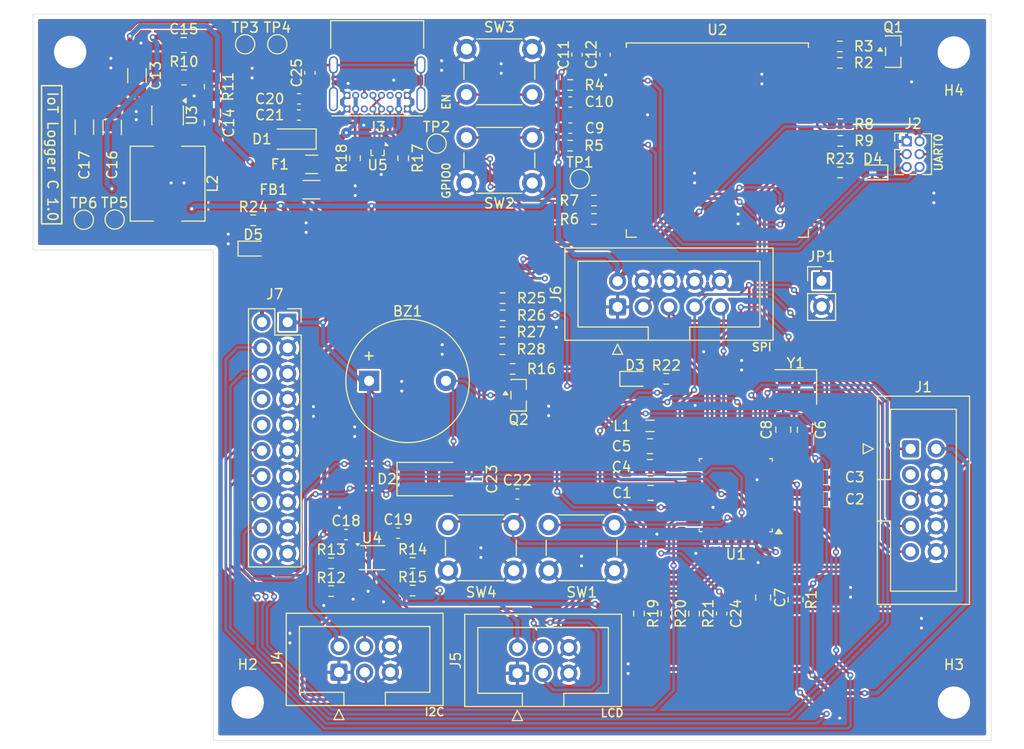
<source format=kicad_pcb>
(kicad_pcb (version 20241229) (generator "pcbnew") (generator_version "9.0")
  (title_block (title "IoT Logger C") (date "2026-01-24") (rev "1.0") (company "Piotr Kłyś"))
  (layers (0 "F.Cu" signal) (2 "B.Cu" signal) (13 "F.Paste" user) (15 "B.Paste" user) (5 "F.SilkS" user "F.Silkscreen") (7 "B.SilkS" user "B.Silkscreen") (1 "F.Mask" user) (3 "B.Mask" user) (25 "Edge.Cuts" user))
  (net 0 "")
  (net 1 "+3.3V")
  (net 2 "GND")
  (net 3 "Net-(BZ1--)")
  (net 4 "INT0")
  (net 5 "ADC0")
  (net 6 "+5V")
  (net 7 "Net-(U1-AREF)")
  (net 8 "GPIO0")
  (net 9 "EN")
  (net 10 "Net-(U1-AVCC)")
  (net 11 "Net-(U3-SW)")
  (net 12 "Net-(U3-BST)")
  (net 13 "Net-(U3-FB)")
  (net 14 "Net-(J3-SHIELD)")
  (net 15 "RESET_CON")
  (net 16 "GPIO11")
  (net 17 "GPIO10")
  (net 18 "USB_VBUS")
  (net 20 "I2C_SCL_3V3")
  (net 21 "I2C_SDA_3V3")
  (net 22 "GPIO18")
  (net 23 "GPIO19")
  (net 26 "SDA0")
  (net 27 "Net-(F1-Pad1)")
  (net 28 "SCL0")
  (net 29 "SCK0")
  (net 30 "MOSI0")
  (net 31 "USB_CC1")
  (net 32 "USB_CC2")
  (net 33 "CS0")
  (net 34 "MISO0")
  (net 35 "PD4")
  (net 36 "PE1")
  (net 37 "OC0B")
  (net 38 "ADC1")
  (net 39 "OC2B")
  (net 40 "OC0A")
  (net 41 "PE0")
  (net 42 "Net-(U2-GPIO13{slash}USB_D+)")
  (net 43 "USB_D+")
  (net 44 "USB_D-")
  (net 45 "Net-(U2-GPIO12{slash}USB_D-)")
  (net 46 "ATMega_RST_OD")
  (net 47 "OC1A")
  (net 48 "PE2")
  (net 49 "PE3")
  (net 50 "TXD0")
  (net 51 "unconnected-(U2-GPIO3{slash}ADC1_CH3-Pad26)")
  (net 52 "RXD0")
  (net 53 "Net-(C16-Pad2)")
  (net 54 "Net-(D5-A)")
  (net 56 "MTMS")
  (net 57 "MTDO")
  (net 58 "GPIO23")
  (net 60 "MTDI")
  (net 61 "GPIO15")
  (net 62 "GPIO22")
  (net 63 "MTCK")
  (net 64 "U0RXD")
  (net 65 "U0TXD")
  (net 66 "GPIO8")
  (net 67 "Net-(Q1-G)")
  (net 70 "Net-(U2-U0TXD{slash}GPIO16)")
  (net 71 "Net-(U2-U0RXD{slash}GPIO17)")
  (net 72 "Net-(JP1-A)")
  (net 73 "Net-(Q2-B)")
  (net 74 "Net-(R19-Pad2)")
  (net 75 "Net-(C6-Pad2)")
  (net 76 "Net-(U1-XTAL1{slash}PB6)")
  (net 77 "Net-(U1-XTAL2{slash}PB7)")
  (net 78 "Net-(C8-Pad1)")
  (net 79 "Net-(D3-A)")
  (net 81 "PC2")
  (net 82 "OC1B")
  (net 83 "PD7")
  (net 84 "PC3")
  (net 86 "Net-(D4-A)")
  (footprint "Capacitor_SMD:C_0805_2012Metric_Pad1.18x1.45mm_HandSolder" (layer "F.Cu") (at 135.64 103.5225 -90)
    (property "Reference" "C8")
    (property "Value" "22pF")
  )
  (footprint "Resistor_SMD:R_0603_1608Metric" (layer "F.Cu") (at 124.075 98.5)
    (property "Reference" "R22")
    (property "Value" "1kR")
  )
  (footprint "Capacitor_SMD:C_1206_3216Metric" (layer "F.Cu") (at 69.305 73.655 90)
    (property "Reference" "C16")
    (property "Value" "22uF")
  )
  (footprint "Package_QFP:TQFP-32_7x7mm_P0.8mm" (layer "F.Cu") (at 130.95 110 180)
    (property "Reference" "U1")
    (property "Value" "ATmega328PB-A")
  )
  (footprint "PCM_Espressif:ESP32-C6-WROOM-1U" (layer "F.Cu") (at 129.125 74.75)
    (property "Reference" "U2")
    (property "Value" "ESP32-C6-WROOM-1U")
  )
  (footprint "Resistor_SMD:R_0603_1608Metric" (layer "F.Cu") (at 83.25 82.825 180)
    (property "Reference" "R24")
    (property "Value" "1kR")
  )
  (footprint "Resistor_SMD:R_0603_1608Metric" (layer "F.Cu") (at 98.9975 119.43)
    (property "Reference" "R15")
    (property "Value" "4K7")
  )
  (footprint "Capacitor_SMD:C_0603_1608Metric" (layer "F.Cu") (at 97.5725 113.755 180)
    (property "Reference" "C19")
    (property "Value" "100nF")
  )
  (footprint "Resistor_SMD:R_0805_2012Metric" (layer "F.Cu") (at 76.405 68.705)
    (property "Reference" "R10")
    (property "Value" "182kR")
  )
  (footprint "Resistor_SMD:R_0603_1608Metric" (layer "F.Cu") (at 121.375 121.7 90)
    (property "Reference" "R19")
    (property "Value" "200k")
  )
  (footprint "Resistor_SMD:R_0603_1608Metric" (layer "F.Cu") (at 107.9 92.225 180)
    (property "Reference" "R26")
    (property "Value" "100R")
  )
  (footprint "Connector_IDC:IDC-Header_2x03_P2.54mm_Vertical" (layer "F.Cu") (at 109.36 127.6 90)
    (property "Reference" "J5")
    (property "Value" "LCD 16x2")
  )
  (footprint "Resistor_SMD:R_0805_2012Metric" (layer "F.Cu") (at 136.855 120.325 -90)
    (property "Reference" "R1")
    (property "Value" "10kR")
  )
  (footprint "Resistor_SMD:R_0603_1608Metric" (layer "F.Cu") (at 114.575 75.45 180)
    (property "Reference" "R5")
    (property "Value" "10k")
  )
  (footprint "Connector_PinSocket_2.54mm:PinSocket_2x10_P2.54mm_Vertical" (layer "F.Cu") (at 86.65 92.9)
    (property "Reference" "J7")
    (property "Value" "CON")
  )
  (footprint "Resistor_SMD:R_0603_1608Metric" (layer "F.Cu") (at 90.9475 119.48)
    (property "Reference" "R12")
    (property "Value" "0")
  )
  (footprint "Capacitor_SMD:C_0805_2012Metric_Pad1.18x1.45mm_HandSolder" (layer "F.Cu") (at 122.46 107.21 180)
    (property "Reference" "C4")
    (property "Value" "100nF")
  )
  (footprint "Capacitor_SMD:C_0805_2012Metric_Pad1.18x1.45mm_HandSolder" (layer "F.Cu") (at 137.77 103.53 90)
    (property "Reference" "C6")
    (property "Value" "22pF")
  )
  (footprint "Inductor_SMD:L_1206_3216Metric" (layer "F.Cu") (at 89 79.8)
    (property "Reference" "FB1")
    (property "Value" "CBM04YTAG601")
  )
  (footprint "LED_SMD:LED_0603_1608Metric" (layer "F.Cu") (at 144.4875 78.1 180)
    (property "Reference" "D4")
    (property "Value" "LED")
  )
  (footprint "Resistor_SMD:R_0603_1608Metric" (layer "F.Cu") (at 98.9975 116.705 180)
    (property "Reference" "R14")
    (property "Value" "4K7")
  )
  (footprint "Resistor_SMD:R_0603_1608Metric" (layer "F.Cu") (at 108.89 97.52)
    (property "Reference" "R16")
    (property "Value" "1K")
  )
  (footprint "MountingHole:MountingHole_3.2mm_M3_DIN965_Pad" (layer "F.Cu") (at 152.5 66.24 180)
    (property "Reference" "H4")
    (property "Value" "MountingHole_Pad")
  )
  (footprint "Capacitor_SMD:C_0603_1608Metric" (layer "F.Cu") (at 87.75 72.425)
    (property "Reference" "C21")
    (property "Value" "100nF")
  )
  (footprint "Inductor_SMD:L_7.3x7.3_H3.5" (layer "F.Cu") (at 74.78 79.205 -90)
    (property "Reference" "L2")
    (property "Value" "DR73-6R8-R")
  )
  (footprint "Capacitor_SMD:C_0805_2012Metric_Pad1.18x1.45mm_HandSolder" (layer "F.Cu") (at 133.65 120.125 90)
    (property "Reference" "C7")
    (property "Value" "100nF")
  )
  (footprint "Buzzer_Beeper:Buzzer_12x9.5RM7.6" (layer "F.Cu") (at 94.7 98.7)
    (property "Reference" "BZ1")
    (property "Value" "Buzzer 5V 12mm")
  )
  (footprint "Resistor_SMD:R_0603_1608Metric" (layer "F.Cu") (at 107.9 90.525 180)
    (property "Reference" "R25")
    (property "Value" "100kR")
  )
  (footprint "Package_SO:VSSOP-8_2.3x2mm_P0.5mm" (layer "F.Cu") (at 94.9725 116.175)
    (property "Reference" "U4")
    (property "Value" "PCA9306DCUR")
  )
  (footprint "Capacitor_SMD:C_0805_2012Metric_Pad1.18x1.45mm_HandSolder" (layer "F.Cu") (at 139.89 108.22 180)
    (property "Reference" "C3")
    (property "Value" "1uF")
  )
  (footprint "MountingHole:MountingHole_3.2mm_M3_DIN965_Pad" (layer "F.Cu") (at 152.51 130.51)
    (property "Reference" "H3")
    (property "Value" "MountingHole_Pad")
  )
  (footprint "Capacitor_SMD:C_0805_2012Metric_Pad1.18x1.45mm_HandSolder" (layer "F.Cu") (at 122.525 109.775)
    (property "Reference" "C1")
    (property "Value" "100nF")
  )
  (footprint "LED_SMD:LED_0603_1608Metric" (layer "F.Cu") (at 83.23 85.625)
    (property "Reference" "D5")
    (property "Value" "LED")
  )
  (footprint "Capacitor_SMD:C_1206_3216Metric" (layer "F.Cu") (at 71.755 68.53 -90)
    (property "Reference" "C13")
    (property "Value" "10uF")
  )
  (footprint "Resistor_SMD:R_0805_2012Metric" (layer "F.Cu") (at 79.155 69.6175 -90)
    (property "Reference" "R11")
    (property "Value" "62kR")
  )
  (footprint "Resistor_SMD:R_0603_1608Metric" (layer "F.Cu") (at 124.1 121.7 -90)
    (property "Reference" "R20")
    (property "Value" "68k")
  )
  (footprint "Diode_SMD:D_SOD-123F" (layer "F.Cu") (at 87.25 74.8 180)
    (property "Reference" "D1")
    (property "Value" "SMF5.0A")
  )
  (footprint "Capacitor_SMD:C_0603_1608Metric" (layer "F.Cu") (at 115.25 66.45 90)
    (property "Reference" "C11")
    (property "Value" "22uF")
  )
  (footprint "TestPoint:TestPoint_Pad_D1.5mm" (layer "F.Cu") (at 115.525 78.75)
    (property "Reference" "TP1")
    (property "Value" "GPIO0")
  )
  (footprint "Resistor_SMD:R_0603_1608Metric" (layer "F.Cu") (at 107.875 95.575)
    (property "Reference" "R28")
    (property "Value" "100kR")
  )
  (footprint "MountingHole:MountingHole_3.2mm_M3_DIN965_Pad" (layer "F.Cu") (at 82.7 130.49)
    (property "Reference" "H2")
    (property "Value" "MountingHole_Pad")
  )
  (footprint "Capacitor_SMD:C_1206_3216Metric" (layer "F.Cu") (at 66.555 73.63 -90)
    (property "Reference" "C17")
    (property "Value" "22uF")
  )
  (footprint "Capacitor_SMD:C_0805_2012Metric_Pad1.18x1.45mm_HandSolder" (layer "F.Cu") (at 139.9 110.4 180)
    (property "Reference" "C2")
    (property "Value" "100nF")
  )
  (footprint "TestPoint:TestPoint_Pad_D1.5mm" (layer "F.Cu") (at 69.55 82.75)
    (property "Reference" "TP5")
    (property "Value" "+3.3V")
  )
  (footprint "Diode_SMD:D_SMA" (layer "F.Cu") (at 100.97 108.405)
    (property "Reference" "D2")
    (property "Value" "M7-DIO")
  )
  (footprint "Button_Switch_THT:SW_PUSH_6mm" (layer "F.Cu") (at 110.825 79.15 180)
    (property "Reference" "SW2")
    (property "Value" "Tact Switch 6x6mm / 13mm")
  )
  (footprint "TestPoint:TestPoint_Pad_D1.5mm" (layer "F.Cu") (at 85.625 65.425)
    (property "Reference" "TP4")
    (property "Value" "GND")
  )
  (footprint "Resistor_SMD:R_0603_1608Metric" (layer "F.Cu") (at 107.875 93.875 180)
    (property "Reference" "R27")
    (property "Value" "100R")
  )
  (footprint "Connector_USB:USB_C_Receptacle_GCT_USB4085" (layer "F.Cu") (at 98.475 71.825 180)
    (property "Reference" "J3")
    (property "Value" "USB-C")
  )
  (footprint "Button_Switch_THT:SW_PUSH_6mm" (layer "F.Cu") (at 104.325 65.9)
    (property "Reference" "SW3")
    (property "Value" "Tact Switch 6x6mm / 13mm")
  )
  (footprint "Capacitor_SMD:C_0603_1608Metric" (layer "F.Cu") (at 114.58 73.72)
    (property "Reference" "C9")
    (property "Value" "100nF")
  )
  (footprint "Capacitor_SMD:C_0805_2012Metric_Pad1.18x1.45mm_HandSolder" (layer "F.Cu") (at 122.4675 105.16 180)
    (property "Reference" "C5")
    (property "Value" "1uF")
  )
  (footprint "Capacitor_SMD:C_0603_1608Metric" (layer "F.Cu") (at 92.42 113.89)
    (property "Reference" "C18")
    (property "Value" "100nF")
  )
  (footprint "Resistor_SMD:R_0603_1608Metric" (layer "F.Cu") (at 141.25 78.1 180)
    (property "Reference" "R23")
    (property "Value" "1kR")
  )
  (footprint "Resistor_SMD:R_0603_1608Metric" (layer "F.Cu") (at 141.2375 65.6375)
    (property "Reference" "R3")
    (property "Value" "100k")
  )
  (footprint "Resistor_SMD:R_0603_1608Metric" (layer "F.Cu") (at 116.925 82.7)
    (property "Reference" "R6")
    (property "Value" "22R")
  )
  (footprint "Resistor_SMD:R_0603_1608Metric" (layer "F.Cu") (at 114.58 69.45 180)
    (property "Reference" "R4")
    (property "Value" "10k")
  )
  (footprint "Capacitor_SMD:C_0805_2012Metric" (layer "F.Cu") (at 79.155 73.205 90)
    (property "Reference" "C14")
    (property "Value" "100nF")
  )
  (footprint "Button_Switch_THT:SW_PUSH_6mm" (layer "F.Cu") (at 112.45 112.95)
    (property "Reference" "SW1")
    (property "Value" "Tact Switch 6x6mm / 13mm")
  )
  (footprint "Capacitor_SMD:C_0603_1608Metric" (layer "F.Cu") (at 88.85 68.25 -90)
    (property "Reference" "C25")
    (property "Value" "1nF")
  )
  (footprint "Connector_PinHeader_2.54mm:PinHeader_1x02_P2.54mm_Vertical" (layer "F.Cu") (at 139.425 88.8)
    (property "Reference" "JP1")
    (property "Value" "Jumper_2_Bridged")
  )
  (footprint "Capacitor_SMD:C_0603_1608Metric" (layer "F.Cu") (at 105.41 108.415 -90)
    (property "Reference" "C23")
    (property "Value" "100nF")
  )
  (footprint "Package_TO_SOT_SMD:SOT-23" (layer "F.Cu") (at 109.48 100.12)
    (property "Reference" "Q2")
    (property "Value" "BC817-40-DIO")
  )
  (footprint "Resistor_SMD:R_0603_1608Metric" (layer "F.Cu") (at 98.07 76.7 90)
    (property "Reference" "R17")
    (property "Value" "5K1")
  )
  (footprint "Crystal:Crystal_SMD_3225-4Pin_3.2x2.5mm" (layer "F.Cu") (at 136.875 99.3 180)
    (property "Reference" "Y1")
    (property "Value" "16.00M-SMDXT324")
  )
  (footprint "Capacitor_SMD:C_0603_1608Metric" (layer "F.Cu") (at 87.775 70.825)
    (property "Reference" "C20")
    (property "Value" "10uF")
  )
  (footprint "Resistor_SMD:R_0603_1608Metric" (layer "F.Cu") (at 126.825 121.7 90)
    (property "Reference" "R21")
    (property "Value" "0R")
  )
  (footprint "Resistor_SMD:R_0603_1608Metric" (layer "F.Cu") (at 90.9475 116.73)
    (property "Reference" "R13")
    (property "Value" "0")
  )
  (footprint "Connector_IDC:IDC-Header_2x03_P2.54mm_Vertical" (layer "F.Cu") (at 91.72 127.5 90)
    (property "Reference" "J4")
    (property "Value" "Sensor")
  )
  (footprint "Resistor_SMD:R_0603_1608Metric" (layer "F.Cu") (at 141.2375 67.2625 180)
    (property "Reference" "R2")
    (property "Value" "1k")
  )
  (footprint "Connector_IDC:IDC-Header_2x05_P2.54mm_Vertical" (layer "F.Cu") (at 119.26 91.3925 90)
    (property "Reference" "J6")
    (property "Value" "SPI")
  )
  (footprint "Inductor_SMD:L_0805_2012Metric_Pad1.05x1.20mm_HandSolder" (layer "F.Cu") (at 122.47 103.15)
    (property "Reference" "L1")
    (property "Value" "600 Ω@100 MHz")
  )
  (footprint "Package_TO_SOT_SMD:SOT-23" (layer "F.Cu") (at 146.5125 66.15)
    (property "Reference" "Q1")
    (property "Value" "BSS138")
  )
  (footprint "Capacitor_SMD:C_0603_1608Metric" (layer "F.Cu") (at 114.58 71.13)
    (property "Reference" "C10")
    (property "Value" "100nF")
  )
  (footprint "TestPoint:TestPoint_Pad_D1.5mm" (layer "F.Cu") (at 82.45 65.425)
    (property "Reference" "TP3")
    (property "Value" "+5V")
  )
  (footprint "Resistor_SMD:R_0603_1608Metric" (layer "F.Cu") (at 141.275 73.325 180)
    (property "Reference" "R8")
    (property "Value" "100R")
  )
  (footprint "MountingHole:MountingHole_3.2mm_M3_DIN965_Pad" (layer "F.Cu") (at 65.15 66.19)
    (property "Reference" "H1" (hide yes))
    (property "Value" "MountingHole_Pad")
  )
  (footprint "Resistor_SMD:R_0603_1608Metric" (layer "F.Cu") (at 93.31 76.69 90)
    (property "Reference" "R18")
    (property "Value" "5K1")
  )
  (footprint "Capacitor_SMD:C_0603_1608Metric" (layer "F.Cu") (at 109.355 109.88 180)
    (property "Reference" "C22")
    (property "Value" "100nF")
  )
  (footprint "LED_SMD:LED_0603_1608Metric" (layer "F.Cu") (at 120.975 98.5)
    (property "Reference" "D3")
    (property "Value" "LED")
  )
  (footprint "Fuse:Fuse_1206_3216Metric" (layer "F.Cu") (at 89.025 77.3 180)
    (property "Reference" "F1")
    (property "Value" "1A")
  )
  (footprint "TestPoint:TestPoint_Pad_D1.5mm" (layer "F.Cu") (at 66.5 82.775)
    (property "Reference" "TP6")
    (property "Value" "GND")
  )
  (footprint "Capacitor_SMD:C_0603_1608Metric" (layer "F.Cu") (at 129.55 121.7 -90)
    (property "Reference" "C24")
    (property "Value" "100nF")
  )
  (footprint "Capacitor_SMD:C_0603_1608Metric" (layer "F.Cu") (at 118.025 66.45 90)
    (property "Reference" "C12")
    (property "Value" "100nF")
  )
  (footprint "TestPoint:TestPoint_Pad_D1.5mm" (layer "F.Cu") (at 101.375 75.25)
    (property "Reference" "TP2")
    (property "Value" "EN")
  )
  (footprint "Resistor_SMD:R_0603_1608Metric" (layer "F.Cu") (at 141.275 74.975 180)
    (property "Reference" "R9")
    (property "Value" "100R")
  )
  (footprint "Package_TO_SOT_SMD:Texas_DRT-3" (layer "F.Cu") (at 95.5375 75.8725 180)
    (property "Reference" "U5")
    (property "Value" "TPD2EUSB30")
  )
  (footprint "Connector_IDC:IDC-Header_2x05_P2.54mm_Vertical" (layer "F.Cu") (at 148.22 105.42)
    (property "Reference" "J1")
    (property "Value" "AVR-ISP-10")
  )
  (footprint "Connector_PinHeader_1.27mm:PinHeader_2x03_P1.27mm_Vertical" (layer "F.Cu") (at 147.84 75.02)
    (property "Reference" "J2")
    (property "Value" "ESP_UART")
  )
  (footprint "Capacitor_SMD:C_0805_2012Metric" (layer "F.Cu") (at 76.38 65.505)
    (property "Reference" "C15")
    (property "Value" "100pF")
  )
  (footprint "Package_TO_SOT_SMD:TSOT-23-6" (layer "F.Cu") (at 74.78 72.455 -90)
    (property "Reference" "U3")
    (property "Value" "AP63200WU")
  )
  (footprint "Button_Switch_THT:SW_PUSH_6mm" (layer "F.Cu") (at 109 117.45 180)
    (property "Reference" "SW4")
    (property "Value" "Tact Switch 6x6mm / 13mm")
  )
  (footprint "Resistor_SMD:R_0603_1608Metric" (layer "F.Cu") (at 116.925 80.875)
    (property "Reference" "R7")
    (property "Value" "22R")
  )
  (gr_rect (start 62.325 69.52) (end 64.325 83.18) (stroke (width 0.15)) (fill no) (layer "F.SilkS"))
  (gr_line (start 61.485 62.44) (end 156.185 62.44) (stroke (width 0.05)) (layer "Edge.Cuts"))
  (gr_line (start 156.185 134.23) (end 156.185 62.44) (stroke (width 0.05)) (layer "Edge.Cuts"))
  (gr_line (start 79.3 85.77) (end 61.49 85.77) (stroke (width 0.05)) (layer "Edge.Cuts"))
  (gr_line (start 156.185 134.23) (end 79.3 134.23) (stroke (width 0.05)) (layer "Edge.Cuts"))
  (gr_line (start 61.49 85.77) (end 61.485 62.44) (stroke (width 0.05)) (layer "Edge.Cuts"))
  (gr_line (start 79.3 134.23) (end 79.3 85.77) (stroke (width 0.05)) (layer "Edge.Cuts"))
  (gr_text "I2C" (at 100.1 131.9 0) (layer "F.SilkS") (effects (font (size 0.8 0.8)) (justify left bottom)))
  (gr_text "EN" (at 102.8 72 90) (layer "F.SilkS") (effects (font (size 0.8 0.8)) (justify left bottom)))
  (gr_text "GPIO0" (at 102.8 80.8 90) (layer "F.SilkS") (effects (font (size 0.8 0.8)) (justify left bottom)))
  (gr_text "UART0" (at 151.45 78.075 90) (layer "F.SilkS") (effects (font (size 0.8 0.8)) (justify left bottom)))
  (gr_text "LCD" (at 117.5 132 0) (layer "F.SilkS") (effects (font (size 0.8 0.8)) (justify left bottom)))
  (gr_text "SPI" (at 132.45 95.83 0) (layer "F.SilkS") (effects (font (size 0.8 0.8)) (justify left bottom)))
  (gr_text "IoT Logger C 1.0" (at 62.825 70.02 270) (layer "F.SilkS") (effects (font (size 1 1)) (justify left bottom)))
  (segment (start 119.4 88.55) (end 119.25 88.55) (width 0.5) (layer "F.Cu") (net 1))
  (segment (start 113.425 76.575) (end 113.775 76.225) (width 0.25) (layer "F.Cu") (net 1))
  (segment (start 90.275 95.875) (end 90.275 113.765) (width 0.4) (layer "F.Cu") (net 1))
  (segment (start 90.15 113.89) (end 90.275 113.765) (width 0.25) (layer "F.Cu") (net 1))
  (segment (start 118.56 67.76) (end 120.375 67.76) (width 0.25) (layer "F.Cu") (net 1))
  (segment (start 113.775 76.225) (end 113.775 75.6) (width 0.25) (layer "F.Cu") (net 1))
  (segment (start 118.025 67.225) (end 118.56 67.76) (width 0.25) (layer "F.Cu") (net 1))
  (segment (start 86.4 87.475) (end 84.11 89.765) (width 0.4) (layer "F.Cu") (net 1))
  (segment (start 74.805 65.505) (end 75.43 65.505) (width 0.5) (layer "F.Cu") (net 1))
  (segment (start 78.305 82.825) (end 77.17 81.69) (width 0.25) (layer "F.Cu") (net 1))
  (segment (start 91.5125 113.89) (end 91.6475 113.755) (width 0.25) (layer "F.Cu") (net 1))
  (segment (start 113.425 77.1) (end 113.425 76.575) (width 0.25) (layer "F.Cu") (net 1))
  (segment (start 91.6475 115.855) (end 91.6475 113.755) (width 0.25) (layer "F.Cu") (net 1))
  (segment (start 85.95 81.4) (end 86.4 81.85) (width 0.4) (layer "F.Cu") (net 1))
  (segment (start 114.675 67.225) (end 115.25 67.225) (width 0.25) (layer "F.Cu") (net 1))
  (segment (start 94.95 91.2) (end 90.275 95.875) (width 0.4) (layer "F.Cu") (net 1))
  (segment (start 84.11 89.765) (end 84.11 92.575) (width 0.4) (layer "F.Cu") (net 1))
  (segment (start 125.35 82.6) (end 119.4 88.55) (width 0.5) (layer "F.Cu") (net 1))
  (segment (start 90.15 113.89) (end 91.5125 113.89) (width 0.25) (layer "F.Cu") (net 1))
  (segment (start 113.775 68.225) (end 113.775 69.35) (width 0.25) (layer "F.Cu") (net 1))
  (segment (start 74.03 64.73) (end 74.805 65.505) (width 0.5) (layer "F.Cu") (net 1))
  (segment (start 93.5725 115.925) (end 91.7175 115.925) (width 0.25) (layer "F.Cu") (net 1))
  (segment (start 73.31 64.73) (end 74.03 64.73) (width 0.5) (layer "F.Cu") (net 1))
  (segment (start 113.725 68.175) (end 114.675 67.225) (width 0.25) (layer "F.Cu") (net 1))
  (segment (start 86.4 81.85) (end 86.4 87.475) (width 0.4) (layer "F.Cu") (net 1))
  (segment (start 91.7175 115.925) (end 91.6475 115.855) (width 0.25) (layer "F.Cu") (net 1))
  (segment (start 90.1225 116.73) (end 90.1225 115.28) (width 0.25) (layer "F.Cu") (net 1))
  (segment (start 75.4925 65.5675) (end 75.4925 68.705) (width 0.5) (layer "F.Cu") (net 1))
  (segment (start 94.95 81.4) (end 94.95 91.2) (width 0.4) (layer "F.Cu") (net 1))
  (segment (start 127.325 81.95) (end 126.675 82.6) (width 0.5) (layer "F.Cu") (net 1))
  (segment (start 75.43 65.505) (end 75.4925 65.5675) (width 0.5) (layer "F.Cu") (net 1))
  (segment (start 90.1225 116.73) (end 90.1225 119.48) (width 0.25) (layer "F.Cu") (net 1))
  (segment (start 90.1225 115.28) (end 91.6475 113.755) (width 0.25) (layer "F.Cu") (net 1))
  (segment (start 113.725 68.175) (end 113.775 68.225) (width 0.25) (layer "F.Cu") (net 1))
  (segment (start 126.675 82.6) (end 125.35 82.6) (width 0.5) (layer "F.Cu") (net 1))
  (segment (start 82.425 82.825) (end 78.305 82.825) (width 0.25) (layer "F.Cu") (net 1))
  (segment (start 115.25 67.225) (end 118.025 67.225) (width 0.25) (layer "F.Cu") (net 1))
  (via (at 77.17 81.69) (size 0.6) (drill 0.3) (layers "F.Cu" "B.Cu") (net 1))
  (via (at 85.95 81.4) (size 0.6) (drill 0.3) (layers "F.Cu" "B.Cu") (net 1))
  (via (at 127.325 81.95) (size 0.6) (drill 0.3) (layers "F.Cu" "B.Cu") (net 1))
  (via (at 73.31 64.73) (size 0.6) (drill 0.3) (layers "F.Cu" "B.Cu") (net 1))
  (via (at 69.275 79.7) (size 0.6) (drill 0.3) (layers "F.Cu" "B.Cu") (net 1))
  (via (at 113.425 77.1) (size 0.6) (drill 0.3) (layers "F.Cu" "B.Cu") (net 1))
  (via (at 113.725 68.175) (size 0.6) (drill 0.3) (layers "F.Cu" "B.Cu") (net 1))
  (via (at 90.15 113.89) (size 0.6) (drill 0.3) (layers "F.Cu" "B.Cu") (net 1))
  (via (at 94.95 81.4) (size 0.6) (drill 0.3) (layers "F.Cu" "B.Cu") (net 1))
  (segment (start 73.31 64.87) (end 73.31 64.73) (width 0.5) (layer "B.Cu") (net 1))
  (segment (start 90.5 81.41) (end 103.7 81.41) (width 0.5) (layer "B.Cu") (net 1))
  (segment (start 91.44 123.515) (end 91.44 125.24) (width 0.4) (layer "B.Cu") (net 1))
  (segment (start 111.62 81.41) (end 113.425 79.605) (width 0.5) (layer "B.Cu") (net 1))
  (segment (start 113.425 77.1) (end 113.425 79.605) (width 0.5) (layer "B.Cu") (net 1))
  (segment (start 77.45 81.41) (end 90.5 81.41) (width 0.5) (layer "B.Cu") (net 1))
  (segment (start 148.61 73.57) (end 149.11 74.07) (width 0.25) (layer "B.Cu") (net 1))
  (segment (start 119.25 87.225) (end 118.25 86.225) (width 0.5) (layer "B.Cu") (net 1))
  (segment (start 127.325 81.95) (end 127.4 81.95) (width 0.25) (layer "B.Cu") (net 1))
  (segment (start 113.425 84.65) (end 113.425 79.605) (width 0.5) (layer "B.Cu") (net 1))
  (segment (start 68.805 79.23) (end 68.805 73.18) (width 0.5) (layer "B.Cu") (net 1))
  (segment (start 88.925 121) (end 91.44 123.515) (width 0.4) (layer "B.Cu") (net 1))
  (segment (start 88.925 115.115) (end 88.925 121) (width 0.4) (layer "B.Cu") (net 1))
  (segment (start 73.73 65.29) (end 73.31 64.87) (width 0.5) (layer "B.Cu") (net 1))
  (segment (start 77.17 81.69) (end 77.45 81.41) (width 0.5) (layer "B.Cu") (net 1))
  (segment (start 149.11 74.07) (end 149.11 75.02) (width 0.25) (layer "B.Cu") (net 1))
  (segment (start 113.425 77.1) (end 113.425 68.475) (width 0.25) (layer "B.Cu") (net 1))
  (segment (start 69.275 79.7) (end 68.805 79.23) (width 0.5) (layer "B.Cu") (net 1))
  (segment (start 90.15 113.89) (end 88.925 115.115) (width 0.4) (layer "B.Cu") (net 1))
  (segment (start 119.25 88.55) (end 119.25 87.225) (width 0.5) (layer "B.Cu") (net 1))
  (segment (start 135.78 73.57) (end 148.61 73.57) (width 0.25) (layer "B.Cu") (net 1))
  (segment (start 118.25 86.225) (end 115 86.225) (width 0.5) (layer "B.Cu") (net 1))
  (segment (start 113.425 68.475) (end 113.725 68.175) (width 0.25) (layer "B.Cu") (net 1))
  (segment (start 115 86.225) (end 113.425 84.65) (width 0.5) (layer "B.Cu") (net 1))
  (segment (start 68.805 73.18) (end 73.73 68.255) (width 0.5) (layer "B.Cu") (net 1))
  (segment (start 103.7 81.41) (end 111.62 81.41) (width 0.5) (layer "B.Cu") (net 1))
  (segment (start 73.73 68.255) (end 73.73 65.29) (width 0.5) (layer "B.Cu") (net 1))
  (segment (start 127.4 81.95) (end 135.78 73.57) (width 0.25) (layer "B.Cu") (net 1))
  (via (at 133.52 68.39) (size 0.6) (drill 0.3) (layers "F.Cu" "B.Cu") (net 2))
  (via (at 150.52 80.14) (size 0.6) (drill 0.3) (layers "F.Cu" "B.Cu") (net 2))
  (via (at 101.925 95.125) (size 0.6) (drill 0.3) (layers "F.Cu" "B.Cu") (net 2))
  (via (at 120.3 126.675) (size 0.6) (drill 0.3) (layers "F.Cu" "B.Cu") (net 2))
  (via (at 94.6 119.5) (size 0.6) (drill 0.3) (layers "F.Cu" "B.Cu") (net 2))
  (via (at 133.15 116.66) (size 0.6) (drill 0.3) (layers "F.Cu" "B.Cu") (net 2))
  (via (at 150.52 81.09) (size 0.6) (drill 0.3) (layers "F.Cu" "B.Cu") (net 2))
  (via (at 86.875 123.65) (size 0.6) (drill 0.3) (layers "F.Cu" "B.Cu") (net 2))
  (via (at 115.7 116.975) (size 0.6) (drill 0.3) (layers "F.Cu" "B.Cu") (net 2))
  (via (at 80.775 85.15) (size 0.6) (drill 0.3) (layers "F.Cu" "B.Cu") (net 2))
  (via (at 89.2 101.25) (size 0.6) (drill 0.3) (layers "F.Cu" "B.Cu") (net 2))
  (via (at 88.475 84.025) (size 0.6) (drill 0.3) (layers "F.Cu" "B.Cu") (net 2))
  (via (at 118.075 68.45) (size 0.6) (drill 0.3) (layers "F.Cu" "B.Cu") (net 2))
  (via (at 141.22 132.03) (size 0.6) (drill 0.3) (layers "F.Cu" "B.Cu") (net 2))
  (via (at 93.125 120.275) (size 0.6) (drill 0.3) (layers "F.Cu" "B.Cu") (net 2))
  (via (at 71.68 72.88) (size 0.6) (drill 0.3) (layers "F.Cu" "B.Cu") (net 2))
  (via (at 83.13 68.75) (size 0.6) (drill 0.3) (layers "F.Cu" "B.Cu") (net 2))
  (via (at 89.2 102.2) (size 0.6) (drill 0.3) (layers "F.Cu" "B.Cu") (net 2))
  (via (at 123.15 113.85) (size 0.6) (drill 0.3) (layers "F.Cu" "B.Cu") (net 2))
  (via (at 69.17 66.82) (size 0.6) (drill 0.3) (layers "F.Cu" "B.Cu") (net 2))
  (via (at 90.22 120.9) (size 0.6) (drill 0.3) (layers "F.Cu" "B.Cu") (net 2))
  (via (at 113.2 93.4) (size 0.6) (drill 0.3) (layers "F.Cu" "B.Cu") (net 2))
  (via (at 75.13 79.13) (size 0.6) (drill 0.3) (layers "F.Cu" "B.Cu") (net 2))
  (via (at 107.76 68.3) (size 0.6) (drill 0.3) (layers "F.Cu" "B.Cu") (net 2))
  (via (at 142.29 120.07) (size 0.6) (drill 0.3) (layers "F.Cu" "B.Cu") (net 2))
  (via (at 131.175 82.225) (size 0.6) (drill 0.3) (layers "F.Cu" "B.Cu") (net 2))
  (via (at 93.325 80.375) (size 0.6) (drill 0.3) (layers "F.Cu" "B.Cu") (net 2))
  (via (at 94.17 73.43) (size 0.6) (drill 0.3) (layers "F.Cu" "B.Cu") (net 2))
  (via (at 101.87 67.05) (size 0.6) (drill 0.3) (layers "F.Cu" "B.Cu") (net 2))
  (via (at 112.45 102.15) (size 0.6) (drill 0.3) (layers "F.Cu" "B.Cu") (net 2))
  (via (at 97.925 99.7) (size 0.6) (drill 0.3) (layers "F.Cu" "B.Cu") (net 2))
  (via (at 107.76 67.35) (size 0.6) (drill 0.3) (layers "F.Cu" "B.Cu") (net 2))
  (via (at 96.125 120.55) (size 0.6) (drill 0.3) (layers "F.Cu" "B.Cu") (net 2))
  (via (at 105.75 116.15) (size 0.6) (drill 0.3) (layers "F.Cu" "B.Cu") (net 2))
  (via (at 88.475 83.075) (size 0.6) (drill 0.3) (layers "F.Cu" "B.Cu") (net 2))
  (via (at 131.175 83.175) (size 0.6) (drill 0.3) (layers "F.Cu" "B.Cu") (net 2))
  (via (at 127 115.75) (size 0.6) (drill 0.3) (layers "F.Cu" "B.Cu") (net 2))
  (via (at 133.52 69.34) (size 0.6) (drill 0.3) (layers "F.Cu" "B.Cu") (net 2))
  (via (at 148.325 69.15) (size 0.6) (drill 0.3) (layers "F.Cu" "B.Cu") (net 2))
  (via (at 126.925 101.125) (size 0.6) (drill 0.3) (layers "F.Cu" "B.Cu") (net 2))
  (via (at 92.625 69.3) (size 0.6) (drill 0.3) (layers "F.Cu" "B.Cu") (net 2))
  (via (at 71.68 72.08) (size 0.6) (drill 0.3) (layers "F.Cu" "B.Cu") (net 2))
  (via (at 142.29 119.12) (size 0.6) (drill 0.3) (layers "F.Cu" "B.Cu") (net 2))
  (via (at 77.405 70.53) (size 0.6) (drill 0.3) (layers "F.Cu" "B.Cu") (net 2))
  (via (at 97.925 98.75) (size 0.6) (drill 0.3) (layers "F.Cu" "B.Cu") (net 2))
  (via (at 127.77 95.82) (size 0.6) (drill 0.3) (layers "F.Cu" "B.Cu") (net 2))
  (via (at 128.7 111.2) (size 0.6) (drill 0.3) (layers "F.Cu" "B.Cu") (net 2))
  (via (at 101.925 96.075) (size 0.6) (drill 0.3) (layers "F.Cu" "B.Cu") (net 2))
  (via (at 93.275 103.25) (size 0.6) (drill 0.3) (layers "F.Cu" "B.Cu") (net 2))
  (via (at 133.05 108.475) (size 0.6) (drill 0.3) (layers "F.Cu" "B.Cu") (net 2))
  (via (at 126.875 78.175) (size 0.6) (drill 0.3) (layers "F.Cu" "B.Cu") (net 2))
  (via (at 80.775 84.2) (size 0.6) (drill 0.3) (layers "F.Cu" "B.Cu") (net 2))
  (via (at 86.875 124.6) (size 0.6) (drill 0.3) (layers "F.Cu" "B.Cu") (net 2))
  (via (at 69.17 67.77) (size 0.6) (drill 0.3) (layers "F.Cu" "B.Cu") (net 2))
  (via (at 122.225 72.4) (size 0.6) (drill 0.3) (layers "F.Cu" "B.Cu") (net 2))
  (via (at 131.525 96.675) (size 0.6) (drill 0.3) (layers "F.Cu" "B.Cu") (net 2))
  (via (at 95.9 78.3) (size 0.6) (drill 0.3) (layers "F.Cu" "B.Cu") (net 2))
  (via (at 149.3 122.175) (size 0.6) (drill 0.3) (layers "F.Cu" "B.Cu") (net 2))
  (via (at 105.75 115.2) (size 0.6) (drill 0.3) (layers "F.Cu" "B.Cu") (net 2))
  (via (at 97.135 68.97) (size 0.6) (drill 0.3) (layers "F.Cu" "B.Cu") (net 2))
  (via (at 93.325 79.425) (size 0.6) (drill 0.3) (layers "F.Cu" "B.Cu") (net 2))
  (via (at 120.3 127.625) (size 0.6) (drill 0.3) (layers "F.Cu" "B.Cu") (net 2))
  (via (at 131.525 97.625) (size 0.6) (drill 0.3) (layers "F.Cu" "B.Cu") (net 2))
  (via (at 101.87 68) (size 0.6) (drill 0.3) (layers "F.Cu" "B.Cu") (net 2))
  (via (at 72.15 65.31) (size 0.6) (drill 0.3) (layers "F.Cu" "B.Cu") (net 2))
  (via (at 149.3 123.125) (size 0.6) (drill 0.3) (layers "F.Cu" "B.Cu") (net 2))
  (via (at 76.405 79.13) (size 0.6) (drill 0.3) (layers "F.Cu" "B.Cu") (net 2))
  (via (at 93.275 104.2) (size 0.6) (drill 0.3) (layers "F.Cu" "B.Cu") (net 2))
  (via (at 115.7 116.025) (size 0.6) (drill 0.3) (layers "F.Cu" "B.Cu") (net 2))
  (via (at 83.13 67.8) (size 0.6) (drill 0.3) (layers "F.Cu" "B.Cu") (net 2))
  (via (at 91.79 111.23) (size 0.6) (drill 0.3) (layers "F.Cu" "B.Cu") (net 2))
  (via (at 112.45 101.2) (size 0.6) (drill 0.3) (layers "F.Cu" "B.Cu") (net 2))
  (via (at 126.875 79.125) (size 0.6) (drill 0.3) (layers "F.Cu" "B.Cu") (net 2))
  (segment (start 104.645 108.405) (end 102.97 108.405) (width 0.25) (layer "F.Cu") (net 3))
  (segment (start 106.705 100.12) (end 106.7 100.125) (width 0.25) (layer "F.Cu") (net 3))
  (segment (start 105.41 107.64) (end 104.645 108.405) (width 0.25) (layer "F.Cu") (net 3))
  (segment (start 110.4175 100.12) (end 106.705 100.12) (width 0.25) (layer "F.Cu") (net 3))
  (segment (start 103.05 104.67) (end 103.05 108.23) (width 0.25) (layer "F.Cu") (net 3))
  (segment (start 103.05 104.58) (end 103.05 104.67) (width 0.5) (layer "F.Cu") (net 3))
  (via (at 103.05 104.67) (size 0.6) (drill 0.3) (layers "F.Cu" "B.Cu") (net 3))
  (via (at 106.7 100.125) (size 0.6) (drill 0.3) (layers "F.Cu" "B.Cu") (net 3))
  (segment (start 103 99.4) (end 103 104.62) (width 0.25) (layer "B.Cu") (net 3))
  (segment (start 104.175 98.7) (end 105.575 100.1) (width 0.25) (layer "B.Cu") (net 3))
  (segment (start 102.3 98.7) (end 103 99.4) (width 0.25) (layer "B.Cu") (net 3))
  (segment (start 103 104.62) (end 103.05 104.67) (width 0.3) (layer "B.Cu") (net 3))
  (segment (start 102.3 98.7) (end 104.175 98.7) (width 0.25) (layer "B.Cu") (net 3))
  (segment (start 105.575 100.1) (end 106.65 100.1) (width 0.25) (layer "B.Cu") (net 3))
  (segment (start 133.75 114.475) (end 133.75 114.1625) (width 0.25) (layer "F.Cu") (net 4))
  (segment (start 134.9 115.625) (end 133.75 114.475) (width 0.25) (layer "F.Cu") (net 4))
  (segment (start 110.13 109.88) (end 110.13 111.47) (width 0.25) (layer "F.Cu") (net 4))
  (segment (start 110.13 111.47) (end 109 112.6) (width 0.25) (layer "F.Cu") (net 4))
  (segment (start 109 112.6) (end 102.5 112.6) (width 0.25) (layer "F.Cu") (net 4))
  (via (at 134.9 115.625) (size 0.6) (drill 0.3) (layers "F.Cu" "B.Cu") (net 4))
  (segment (start 109.6 114.8) (end 108.925 114.125) (width 0.25) (layer "B.Cu") (net 4))
  (segment (start 108.925 113.025) (end 109 112.95) (width 0.25) (layer "B.Cu") (net 4))
  (segment (start 133.625 115.625) (end 132.8 114.8) (width 0.25) (layer "B.Cu") (net 4))
  (segment (start 134.9 115.625) (end 133.625 115.625) (width 0.25) (layer "B.Cu") (net 4))
  (segment (start 132.8 114.8) (end 109.6 114.8) (width 0.25) (layer "B.Cu") (net 4))
  (segment (start 108.925 114.125) (end 108.925 113.025) (width 0.25) (layer "B.Cu") (net 4))
  (segment (start 129.55 119.775) (end 129.55 120.925) (width 0.25) (layer "F.Cu") (net 5))
  (segment (start 129.3 119.525) (end 129.55 119.775) (width 0.25) (layer "F.Cu") (net 5))
  (segment (start 126.825 122.525) (end 127.95 122.525) (width 0.25) (layer "F.Cu") (net 5))
  (segment (start 124.35 112.95) (end 125.3 112) (width 0.25) (layer "F.Cu") (net 5))
  (segment (start 125.3 112) (end 126.7875 112) (width 0.25) (layer "F.Cu") (net 5))
  (segment (start 124.075 115.75) (end 124.35 115.475) (width 0.25) (layer "F.Cu") (net 5))
  (segment (start 123.575 115.75) (end 124.075 115.75) (width 0.25) (layer "F.Cu") (net 5))
  (segment (start 124.35 115.475) (end 124.35 112.95) (width 0.25) (layer "F.Cu") (net 5))
  (segment (start 127.95 122.525) (end 129.55 120.925) (width 0.25) (layer "F.Cu") (net 5))
  (via (at 129.3 119.525) (size 0.6) (drill 0.3) (layers "F.Cu" "B.Cu") (net 5))
  (via (at 123.575 115.75) (size 0.6) (drill 0.3) (layers "F.Cu" "B.Cu") (net 5))
  (segment (start 125.525 115.75) (end 129.3 119.525) (width 0.25) (layer "B.Cu") (net 5))
  (segment (start 123.575 115.75) (end 125.525 115.75) (width 0.25) (layer "B.Cu") (net 5))
  (segment (start 96.3725 115.425) (end 98.095 115.425) (width 0.25) (layer "F.Cu") (net 6))
  (segment (start 138.8625 110.4) (end 138.8525 110.39) (width 0.25) (layer "F.Cu") (net 6))
  (segment (start 120.655 122.525) (end 118.88 120.75) (width 0.25) (layer "F.Cu") (net 6))
  (segment (start 137.9125 119.4125) (end 136.855 119.4125) (width 0.25) (layer "F.Cu") (net 6))
  (segment (start 98.3475 114.905) (end 98.3475 113.755) (width 0.25) (layer "F.Cu") (net 6))
  (segment (start 71.98 63.7) (end 81.125 63.7) (width 0.25) (layer "F.Cu") (net 6))
  (segment (start 98.97 103.77) (end 94.7 99.5) (width 0.25) (layer "F.Cu") (net 6))
  (segment (start 99.8225 115.23) (end 98.3475 113.755) (width 0.25) (layer "F.Cu") (net 6))
  (segment (start 99.8225 116.705) (end 99.8225 115.23) (width 0.25) (layer "F.Cu") (net 6))
  (segment (start 96.3725 115.925) (end 97.595 115.925) (width 0.25) (layer "F.Cu") (net 6))
  (segment (start 101.42 119.43) (end 99.8225 119.43) (width 0.25) (layer "F.Cu") (net 6))
  (segment (start 105.41 109.79) (end 105 110.2) (width 0.25) (layer "F.Cu") (net 6))
  (segment (start 138.6 118.725) (end 137.9125 119.4125) (width 0.25) (layer "F.Cu") (net 6))
  (segment (start 92.3 84.675) (end 87.425 79.8) (width 0.4) (layer "F.Cu") (net 6))
  (segment (start 105 110.2) (end 99.6 110.2) (width 0.25) (layer "F.Cu") (net 6))
  (segment (start 140.34 129.57) (end 137.95 127.18) (width 0.4) (layer "F.Cu") (net 6))
  (segment (start 92.3 90.775) (end 92.3 84.675) (width 0.4) (layer "F.Cu") (net 6))
  (segment (start 138.37 110.56) (end 138.48 110.45) (width 0.25) (layer "F.Cu") (net 6))
  (segment (start 90.15 92.925) (end 92.3 90.775) (width 0.4) (layer "F.Cu") (net 6))
  (segment (start 121.32 102.08) (end 121.32 103.15) (width 0.25) (layer "F.Cu") (net 6))
  (segment (start 101.7 119.42) (end 101.43 119.42) (width 0.25) (layer "F.Cu") (net 6))
  (segment (start 122.025 101.925) (end 121.475 101.925) (width 0.25) (layer "F.Cu") (net 6))
  (segment (start 143.69 129.57) (end 140.34 129.57) (width 0.4) (layer "F.Cu") (net 6))
  (segment (start 71.06 64.62) (end 71.98 63.7) (width 0.25) (layer "F.Cu") (net 6))
  (segment (start 118.88 120.75) (end 116.85 120.75) (width 0.25) (layer "F.Cu") (net 6))
  (segment (start 99.6 110.2) (end 98.97 109.57) (width 0.25) (layer "F.Cu") (net 6))
  (segment (start 81.125 63.7) (end 82.85 65.425) (width 0.25) (layer "F.Cu") (net 6))
  (segment (start 138.825 106.335) (end 138.825 108.1925) (width 0.25) (layer "F.Cu") (net 6))
  (segment (start 87.425 79.8) (end 85.68 79.8) (width 0.5) (layer "F.Cu") (net 6))
  (segment (start 121.375 122.525) (end 120.655 122.525) (width 0.25) (layer "F.Cu") (net 6))
  (segment (start 137.95 127.18) (end 123.465 127.18) (width 0.4) (layer "F.Cu") (net 6))
  (segment (start 101.43 119.42) (end 101.42 119.43) (width 0.25) (layer "F.Cu") (net 6))
  (segment (start 71.755 67.055) (end 71.06 66.36) (width 0.5) (layer "F.Cu") (net 6))
  (segment (start 98.095 115.425) (end 98.3475 115.1725) (width 0.25) (layer "F.Cu") (net 6))
  (segment (start 99.8225 119.43) (end 99.8225 116.705) (width 0.25) (layer "F.Cu") (net 6))
  (segment (start 123.465 127.18) (end 117.025 120.74) (width 0.4) (layer "F.Cu") (net 6))
  (segment (start 135.1125 110.4) (end 138.8625 110.4) (width 0.25) (layer "F.Cu") (net 6))
  (segment (start 138.83 106.33) (end 138.825 106.335) (width 0.25) (layer "F.Cu") (net 6))
  (segment (start 138.8525 110.39) (end 138.8525 108.22) (width 0.25) (layer "F.Cu") (net 6))
  (segment (start 98.97 109.57) (end 98.97 103.77) (width 0.25) (layer "F.Cu") (net 6))
  (segment (start 97.595 115.925) (end 98.3475 115.1725) (width 0.25) (layer "F.Cu") (net 6))
  (segment (start 83.23 77.35) (end 82.93 77.05) (width 0.5) (layer "F.Cu") (net 6))
  (segment (start 121.175 122.325) (end 121.375 122.525) (width 0.25) (layer "F.Cu") (net 6))
  (segment (start 121.475 101.925) (end 121.32 102.08) (width 0.25) (layer "F.Cu") (net 6))
  (segment (start 85.68 79.8) (end 82.93 77.05) (width 0.5) (layer "F.Cu") (net 6))
  (segment (start 105.41 109.19) (end 105.41 109.79) (width 0.25) (layer "F.Cu") (net 6))
  (segment (start 98.3475 115.1725) (end 98.3475 114.905) (width 0.25) (layer "F.Cu") (net 6))
  (segment (start 138.825 108.1925) (end 138.8525 108.22) (width 0.25) (layer "F.Cu") (net 6))
  (segment (start 71.06 66.36) (end 71.06 64.62) (width 0.5) (layer "F.Cu") (net 6))
  (via (at 101.7 119.42) (size 0.6) (drill 0.3) (layers "F.Cu" "B.Cu") (net 6))
  (via (at 138.6 118.725) (size 0.6) (drill 0.3) (layers "F.Cu" "B.Cu") (net 6))
  (via (at 143.69 129.57) (size 0.6) (drill 0.3) (layers "F.Cu" "B.Cu") (net 6))
  (via (at 117.025 120.74) (size 0.6) (drill 0.3) (layers "F.Cu" "B.Cu") (net 6))
  (via (at 90.15 92.925) (size 0.6) (drill 0.3) (layers "F.Cu" "B.Cu") (net 6))
  (via (at 71.06 64.62) (size 0.6) (drill 0.3) (layers "F.Cu" "B.Cu") (net 6))
  (via (at 138.53 127.78) (size 0.6) (drill 0.3) (layers "F.Cu" "B.Cu") (net 6))
  (via (at 138.83 106.33) (size 0.6) (drill 0.3) (layers "F.Cu" "B.Cu") (net 6))
  (via (at 82.93 77.05) (size 0.6) (drill 0.3) (layers "F.Cu" "B.Cu") (net 6))
  (via (at 122.025 101.925) (size 0.6) (drill 0.3) (layers "F.Cu" "B.Cu") (net 6))
  (segment (start 153.85 106.91) (end 152.36 105.42) (width 0.4) (layer "B.Cu") (net 6))
  (segment (start 94.7 117.44) (end 98 120.74) (width 0.4) (layer "B.Cu") (net 6))
  (segment (start 101.7 120.07) (end 101.03 120.74) (width 0.25) (layer "B.Cu") (net 6))
  (segment (start 79.71 64.65) (end 78.71 63.65) (width 0.5) (layer "B.Cu") (net 6))
  (segment (start 138.48 105.98) (end 138.83 106.33) (width 0.25) (layer "B.Cu") (net 6))
  (segment (start 78.71 63.65) (end 72.03 63.65) (width 0.5) (layer "B.Cu") (net 6))
  (segment (start 139.95 117.35) (end 139.95 106.75) (width 0.25) (layer "B.Cu") (net 6))
  (segment (start 107.64 120.74) (end 104.815 120.74) (width 0.4) (layer "B.Cu") (net 6))
  (segment (start 79.71 73.83) (end 79.71 64.65) (width 0.5) (layer "B.Cu") (net 6))
  (segment (start 90.15 92.925) (end 90.15 94.95) (width 0.4) (layer "B.Cu") (net 6))
  (segment (start 143.69 129.57) (end 144.9 129.57) (width 0.4) (layer "B.Cu") (net 6))
  (segment (start 90.15 92.925) (end 86.3 92.925) (width 0.4) (layer "B.Cu") (net 6))
  (segment (start 138.6 118.7) (end 139.95 117.35) (width 0.25) (layer "B.Cu") (net 6))
  (segment (start 153.85 120.62) (end 153.85 106.91) (width 0.4) (layer "B.Cu") (net 6))
  (segment (start 98 120.74) (end 101.03 120.74) (width 0.4) (layer "B.Cu") (net 6))
  (segment (start 138.56 118.74) (end 138.56 127.64) (width 0.25) (layer "B.Cu") (net 6))
  (segment (start 94.7 99.5) (end 94.7 117.44) (width 0.4) (layer "B.Cu") (net 6))
  (segment (start 109.36 125.06) (end 109.36 122.46) (width 0.4) (layer "B.Cu") (net 6))
  (segment (start 137.165 101.925) (end 138.48 103.24) (width 0.25) (layer "B.Cu") (net 6))
  (segment (start 109.36 122.46) (end 107.64 120.74) (width 0.4) (layer "B.Cu") (net 6))
  (segment (start 82.93 77.05) (end 79.71 73.83) (width 0.5) (layer "B.Cu") (net 6))
  (segment (start 90.15 94.95) (end 94.7 99.5) (width 0.4) (layer "B.Cu") (net 6))
  (segment (start 152.36 105.42) (end 150.76 105.42) (width 0.4) (layer "B.Cu") (net 6))
  (segment (start 139.53 106.33) (end 138.83 106.33) (width 0.25) (layer "B.Cu") (net 6))
  (segment (start 139.95 117.35) (end 138.56 118.74) (width 0.25) (layer "B.Cu") (net 6))
  (segment (start 117.025 120.74) (end 104.815 120.74) (width 0.4) (layer "B.Cu") (net 6))
  (segment (start 139.95 106.75) (end 139.53 106.33) (width 0.25) (layer "B.Cu") (net 6))
  (segment (start 138.48 103.24) (end 138.48 105.98) (width 0.25) (layer "B.Cu") (net 6))
  (segment (start 104.815 120.74) (end 101.03 120.74) (width 0.4) (layer "B.Cu") (net 6))
  (segment (start 72.03 63.65) (end 71.06 64.62) (width 0.5) (layer "B.Cu") (net 6))
  (segment (start 138.6 118.725) (end 138.6 118.7) (width 0.25) (layer "B.Cu") (net 6))
  (segment (start 144.9 129.57) (end 153.85 120.62) (width 0.4) (layer "B.Cu") (net 6))
  (segment (start 101.7 119.42) (end 101.7 120.07) (width 0.25) (layer "B.Cu") (net 6))
  (segment (start 117.025 120.74) (end 117.025 120.845) (width 0.25) (layer "B.Cu") (net 6))
  (segment (start 122.025 101.925) (end 137.165 101.925) (width 0.25) (layer "B.Cu") (net 6))
  (segment (start 126.7875 109.6) (end 126.6125 109.775) (width 0.25) (layer "F.Cu") (net 7))
  (segment (start 123.7125 109.775) (end 123.5075 109.57) (width 0.25) (layer "F.Cu") (net 7))
  (segment (start 126.6125 109.775) (end 123.7125 109.775) (width 0.25) (layer "F.Cu") (net 7))
  (segment (start 111.6 73.875) (end 113.825 73.875) (width 0.25) (layer "F.Cu") (net 8))
  (segment (start 110.825 74.65) (end 111.6 73.875) (width 0.25) (layer "F.Cu") (net 8))
  (segment (start 122.245 75.38) (end 122.275 75.35) (width 0.25) (layer "F.Cu") (net 8))
  (segment (start 120.375 75.38) (end 122.245 75.38) (width 0.25) (layer "F.Cu") (net 8))
  (segment (start 120.375 75.38) (end 115.33 75.38) (width 0.25) (layer "F.Cu") (net 8))
  (segment (start 120.33 75.425) (end 120.375 75.38) (width 0.25) (layer "F.Cu") (net 8))
  (segment (start 115.425 78.955) (end 115.59 79.12) (width 0.25) (layer "F.Cu") (net 8))
  (segment (start 104.325 74.65) (end 110.825 74.65) (width 0.25) (layer "F.Cu") (net 8))
  (segment (start 115.33 75.38) (end 113.825 73.875) (width 0.25) (layer "F.Cu") (net 8))
  (segment (start 115.425 75.6) (end 115.425 78.955) (width 0.25) (layer "F.Cu") (net 8))
  (via (at 122.275 75.35) (size 0.6) (drill 0.3) (layers "F.Cu" "B.Cu") (net 8))
  (segment (start 144.075 78.775) (end 137.2 85.65) (width 0.25) (layer "B.Cu") (net 8))
  (segment (start 125.5 85.65) (end 123.025 83.175) (width 0.25) (layer "B.Cu") (net 8))
  (segment (start 149.11 77.56) (end 149.36 77.81) (width 0.25) (layer "B.Cu") (net 8))
  (segment (start 123.025 76.175) (end 122.275 75.425) (width 0.25) (layer "B.Cu") (net 8))
  (segment (start 147.95 78.775) (end 144.075 78.775) (width 0.25) (layer "B.Cu") (net 8))
  (segment (start 122.275 75.425) (end 122.275 75.35) (width 0.25) (layer "B.Cu") (net 8))
  (segment (start 123.025 83.175) (end 123.025 76.175) (width 0.25) (layer "B.Cu") (net 8))
  (segment (start 149.36 77.81) (end 148.915 77.81) (width 0.25) (layer "B.Cu") (net 8))
  (segment (start 148.915 77.81) (end 147.95 78.775) (width 0.25) (layer "B.Cu") (net 8))
  (segment (start 137.2 85.65) (end 125.5 85.65) (width 0.25) (layer "B.Cu") (net 8))
  (segment (start 104.325 70.4) (end 101.375 73.35) (width 0.25) (layer "F.Cu") (net 9))
  (segment (start 101.375 73.35) (end 101.375 75.375) (width 0.25) (layer "F.Cu") (net 9))
  (segment (start 115.425 69.575) (end 113.825 71.175) (width 0.25) (layer "F.Cu") (net 9))
  (segment (start 122.305 69.03) (end 120.375 69.03) (width 0.25) (layer "F.Cu") (net 9))
  (segment (start 120.375 69.03) (end 120.13 69.275) (width 0.25) (layer "F.Cu") (net 9))
  (segment (start 111.6 71.175) (end 113.825 71.175) (width 0.25) (layer "F.Cu") (net 9))
  (segment (start 115.425 69.35) (end 115.425 69.575) (width 0.25) (layer "F.Cu") (net 9))
  (segment (start 104.325 70.4) (end 110.825 70.4) (width 0.25) (layer "F.Cu") (net 9))
  (segment (start 110.825 70.4) (end 111.6 71.175) (width 0.25) (layer "F.Cu") (net 9))
  (segment (start 115.5 69.275) (end 115.425 69.35) (width 0.25) (layer "F.Cu") (net 9))
  (segment (start 120.13 69.275) (end 115.5 69.275) (width 0.25) (layer "F.Cu") (net 9))
  (via (at 122.25 69.025) (size 0.6) (drill 0.3) (layers "F.Cu" "B.Cu") (net 9))
  (segment (start 143.875 78.325) (end 137 85.2) (width 0.25) (layer "B.Cu") (net 9))
  (segment (start 146.6 78.325) (end 143.875 78.325) (width 0.25) (layer "B.Cu") (net 9))
  (segment (start 122.525 69.025) (end 122.25 69.025) (width 0.25) (layer "B.Cu") (net 9))
  (segment (start 147.365 77.56) (end 146.6 78.325) (width 0.25) (layer "B.Cu") (net 9))
  (segment (start 125.725 85.2) (end 123.475 82.95) (width 0.25) (layer "B.Cu") (net 9))
  (segment (start 123.475 69.975) (end 122.525 69.025) (width 0.25) (layer "B.Cu") (net 9))
  (segment (start 147.84 77.56) (end 147.365 77.56) (width 0.25) (layer "B.Cu") (net 9))
  (segment (start 137 85.2) (end 125.725 85.2) (width 0.25) (layer "B.Cu") (net 9))
  (segment (start 123.475 82.95) (end 123.475 69.975) (width 0.25) (layer "B.Cu") (net 9))
  (segment (start 124.0075 108) (end 123.5075 107.5) (width 0.25) (layer "F.Cu") (net 10))
  (segment (start 123.5075 105.4575) (end 123.515 105.45) (width 0.25) (layer "F.Cu") (net 10))
  (segment (start 123.505 103.265) (end 123.62 103.15) (width 0.25) (layer "F.Cu") (net 10))
  (segment (start 126.7875 108) (end 124.0075 108) (width 0.25) (layer "F.Cu") (net 10))
  (segment (start 123.5075 107.5) (end 123.5075 105.4575) (width 0.25) (layer "F.Cu") (net 10))
  (segment (start 123.505 105.16) (end 123.505 103.265) (width 0.25) (layer "F.Cu") (net 10))
  (segment (start 75.73 73.5925) (end 75.9925 73.855) (width 0.5) (layer "F.Cu") (net 12))
  (segment (start 75.9925 73.855) (end 76.68 73.855) (width 0.5) (layer "F.Cu") (net 12))
  (segment (start 78.28 72.255) (end 79.155 72.255) (width 0.5) (layer "F.Cu") (net 12))
  (segment (start 76.68 73.855) (end 78.28 72.255) (width 0.5) (layer "F.Cu") (net 12))
  (segment (start 77.3175 69.1175) (end 75.73 70.705) (width 0.5) (layer "F.Cu") (net 13))
  (segment (start 77.33 65.505) (end 77.33 68.6925) (width 0.5) (layer "F.Cu") (net 13))
  (segment (start 75.73 70.705) (end 75.73 71.3175) (width 0.5) (layer "F.Cu") (net 13))
  (segment (start 77.3175 68.705) (end 77.3175 69.1175) (width 0.5) (layer "F.Cu") (net 13))
  (segment (start 77.3175 68.705) (end 79.155 68.705) (width 0.5) (layer "F.Cu") (net 13))
  (segment (start 77.33 68.6925) (end 77.3175 68.705) (width 0.5) (layer "F.Cu") (net 13))
  (segment (start 89.25 67.5) (end 89.265 67.485) (width 0.25) (layer "F.Cu") (net 14))
  (segment (start 89.265 67.485) (end 91.155 67.485) (width 0.25) (layer "F.Cu") (net 14))
  (segment (start 99.825 67.465) (end 99.825 70.845) (width 0.25) (layer "B.Cu") (net 14))
  (segment (start 91.155 67.485) (end 99.795 67.485) (width 0.25) (layer "B.Cu") (net 14))
  (segment (start 91.155 67.485) (end 91.155 71.665) (width 0.25) (layer "B.Cu") (net 14))
  (segment (start 131.35 113.175) (end 131.35 119.575) (width 0.25) (layer "F.Cu") (net 15))
  (segment (start 152.3 109.225) (end 152.65 108.875) (width 0.25) (layer "F.Cu") (net 15))
  (segment (start 152.65 108.875) (end 152.65 107.95) (width 0.25) (layer "F.Cu") (net 15))
  (segment (start 152.65 116.42) (end 152.65 108.875) (width 0.25) (layer "F.Cu") (net 15))
  (segment (start 148.22 110.5) (end 148.275 110.5) (width 0.25) (layer "F.Cu") (net 15))
  (segment (start 155 76.675) (end 149.65 71.325) (width 0.25) (layer "F.Cu") (net 15))
  (segment (start 149.55 109.225) (end 152.3 109.225) (width 0.25) (layer "F.Cu") (net 15))
  (segment (start 131.35 119.575) (end 132.9375 121.1625) (width 0.25) (layer "F.Cu") (net 15))
  (segment (start 131.41 114.2225) (end 131.35 114.1625) (width 0.25) (layer "F.Cu") (net 15))
  (segment (start 136.855 121.2375) (end 147.8325 121.2375) (width 0.25) (layer "F.Cu") (net 15))
  (segment (start 149.65 68.35) (end 147.45 66.15) (width 0.25) (layer "F.Cu") (net 15))
  (segment (start 147.8325 121.2375) (end 152.65 116.42) (width 0.25) (layer "F.Cu") (net 15))
  (segment (start 130.4 112.225) (end 131.35 113.175) (width 0.25) (layer "F.Cu") (net 15))
  (segment (start 148.275 110.5) (end 149.55 109.225) (width 0.25) (layer "F.Cu") (net 15))
  (segment (start 149.65 71.325) (end 149.65 68.35) (width 0.25) (layer "F.Cu") (net 15))
  (segment (start 130.125 112.225) (end 130.4 112.225) (width 0.25) (layer "F.Cu") (net 15))
  (segment (start 136.855 121.2375) (end 133.65 121.2375) (width 0.25) (layer "F.Cu") (net 15))
  (segment (start 155 105.6) (end 155 76.675) (width 0.25) (layer "F.Cu") (net 15))
  (segment (start 152.65 107.95) (end 155 105.6) (width 0.25) (layer "F.Cu") (net 15))
  (via (at 130.125 112.225) (size 0.6) (drill 0.3) (layers "F.Cu" "B.Cu") (net 15))
  (segment (start 129.45 112.9) (end 119 112.9) (width 0.25) (layer "B.Cu") (net 15))
  (segment (start 148.22 110.5) (end 148.22 110.455) (width 0.25) (layer "B.Cu") (net 15))
  (segment (start 130.125 112.225) (end 129.45 112.9) (width 0.25) (layer "B.Cu") (net 15))
  (segment (start 112.45 112.95) (end 118.95 112.95) (width 0.25) (layer "B.Cu") (net 15))
  (segment (start 119 112.9) (end 118.95 112.95) (width 0.25) (layer "B.Cu") (net 15))
  (segment (start 88.775 74.675) (end 91.95 74.675) (width 0.6) (layer "F.Cu") (net 18))
  (segment (start 88.65 74.8) (end 87.6 75.85) (width 0.6) (layer "F.Cu") (net 18))
  (segment (start 88.525 71.1) (end 88.525 72.425) (width 0.25) (layer "F.Cu") (net 18))
  (segment (start 88.525 74.425) (end 88.775 74.675) (width 0.25) (layer "F.Cu") (net 18))
  (segment (start 88.8 70.825) (end 88.525 71.1) (width 0.25) (layer "F.Cu") (net 18))
  (segment (start 88.65 74.8) (end 88.775 74.675) (width 0.25) (layer "F.Cu") (net 18))
  (segment (start 91.95 74.675) (end 92.45 74.175) (width 0.6) (layer "F.Cu") (net 18))
  (segment (start 88.525 72.425) (end 88.525 74.425) (width 0.25) (layer "F.Cu") (net 18))
  (segment (start 87.6 75.85) (end 87.6 77.325) (width 0.6) (layer "F.Cu") (net 18))
  (via (at 92.45 74.175) (size 1) (drill 0.3) (layers "F.Cu" "B.Cu") (net 18))
  (segment (start 93.375 73.2) (end 92.4 74.175) (width 0.4) (layer "B.Cu") (net 18))
  (segment (start 97.075 74.175) (end 92.45 74.175) (width 0.4) (layer "B.Cu") (net 18))
  (segment (start 93.375 71.825) (end 93.375 73.2) (width 0.4) (layer "B.Cu") (net 18))
  (segment (start 92.45 74.175) (end 92.4 74.175) (width 0.4) (layer "B.Cu") (net 18))
  (segment (start 97.625 70.475) (end 97.625 71.825) (width 0.4) (layer "B.Cu") (net 18))
  (segment (start 93.375 70.475) (end 93.375 71.825) (width 0.4) (layer "B.Cu") (net 18))
  (segment (start 92.4 74.175) (end 92.325 74.25) (width 0.25) (layer "B.Cu") (net 18))
  (segment (start 97.625 71.825) (end 97.625 73.625) (width 0.4) (layer "B.Cu") (net 18))
  (segment (start 97.625 73.625) (end 97.075 74.175) (width 0.4) (layer "B.Cu") (net 18))
  (segment (start 92.0775 116.425) (end 91.7725 116.73) (width 0.25) (layer "F.Cu") (net 20))
  (segment (start 94.26 125.4) (end 94.26 123.14) (width 0.25) (layer "F.Cu") (net 20))
  (segment (start 93.5725 116.425) (end 92.0775 116.425) (width 0.25) (layer "F.Cu") (net 20))
  (segment (start 93.95 118.375) (end 94.625 117.7) (width 0.25) (layer "F.Cu") (net 20))
  (segment (start 94.26 123.14) (end 93.95 122.83) (width 0.25) (layer "F.Cu") (net 20))
  (segment (start 94.385 125.525) (end 94.26 125.4) (width 0.25) (layer "F.Cu") (net 20))
  (segment (start 94.3 116.425) (end 93.5725 116.425) (width 0.25) (layer "F.Cu") (net 20))
  (segment (start 94.625 116.75) (end 94.3 116.425) (width 0.25) (layer "F.Cu") (net 20))
  (segment (start 93.95 122.83) (end 93.95 118.375) (width 0.25) (layer "F.Cu") (net 20))
  (segment (start 94.625 117.7) (end 94.625 116.75) (width 0.25) (layer "F.Cu") (net 20))
  (segment (start 94.385 125.275) (end 94.335 125.225) (width 0.25) (layer "F.Cu") (net 20))
  (segment (start 91.7725 117.98) (end 91.7725 119.48) (width 0.25) (layer "F.Cu") (net 21))
  (segment (start 93.5725 116.925) (end 92.8275 116.925) (width 0.25) (layer "F.Cu") (net 21))
  (segment (start 88.5 130.2) (end 88.1 129.8) (width 0.25) (layer "F.Cu") (net 21))
  (segment (start 94.385 129.715) (end 93.9 130.2) (width 0.25) (layer "F.Cu") (net 21))
  (segment (start 92.8275 116.925) (end 91.7725 117.98) (width 0.25) (layer "F.Cu") (net 21))
  (segment (start 88.1 124.8) (end 91.7725 121.1275) (width 0.25) (layer "F.Cu") (net 21))
  (segment (start 91.7725 121.1275) (end 91.7725 119.48) (width 0.25) (layer "F.Cu") (net 21))
  (segment (start 88.1 129.8) (end 88.1 124.8) (width 0.25) (layer "F.Cu") (net 21))
  (segment (start 93.9 130.2) (end 88.5 130.2) (width 0.25) (layer "F.Cu") (net 21))
  (segment (start 94.33 128.12) (end 94.385 128.065) (width 0.25) (layer "F.Cu") (net 21))
  (segment (start 94.385 128.065) (end 94.385 129.715) (width 0.25) (layer "F.Cu") (net 21))
  (segment (start 113.275 85.675) (end 110.85 88.1) (width 0.25) (layer "F.Cu") (net 22))
  (segment (start 108.8 88.1) (end 107.075 89.825) (width 0.25) (layer "F.Cu") (net 22))
  (segment (start 136.895 81.73) (end 137.875 81.73) (width 0.25) (layer "F.Cu") (net 22))
  (segment (start 135.3 83.225) (end 135.4 83.225) (width 0.25) (layer "F.Cu") (net 22))
  (segment (start 126.425 80.675) (end 121.425 85.675) (width 0.25) (layer "F.Cu") (net 22))
  (segment (start 121.425 85.675) (end 113.275 85.675) (width 0.25) (layer "F.Cu") (net 22))
  (segment (start 135.4 83.225) (end 136.895 81.73) (width 0.25) (layer "F.Cu") (net 22))
  (segment (start 110.85 88.1) (end 108.8 88.1) (width 0.25) (layer "F.Cu") (net 22))
  (segment (start 131 80.675) (end 126.425 80.675) (width 0.25) (layer "F.Cu") (net 22))
  (segment (start 135.325 83.25) (end 135.3 83.225) (width 0.25) (layer "F.Cu") (net 22))
  (segment (start 131.325 81) (end 131 80.675) (width 0.25) (layer "F.Cu") (net 22))
  (segment (start 107.075 89.825) (end 107.075 92.225) (width 0.25) (layer "F.Cu") (net 22))
  (via (at 135.325 83.25) (size 0.6) (drill 0.3) (layers "F.Cu" "B.Cu") (net 22))
  (via (at 131.325 81) (size 0.6) (drill 0.3) (layers "F.Cu" "B.Cu") (net 22))
  (segment (start 131.325 81) (end 131.375 81) (width 0.25) (layer "B.Cu") (net 22))
  (segment (start 131.375 81) (end 133.625 83.25) (width 0.25) (layer "B.Cu") (net 22))
  (segment (start 133.625 83.25) (end 135.325 83.25) (width 0.25) (layer "B.Cu") (net 22))
  (segment (start 109.95 86.675) (end 110 86.625) (width 0.25) (layer "F.Cu") (net 23))
  (segment (start 126.15 80.225) (end 130.675 80.225) (width 0.25) (layer "F.Cu") (net 23))
  (segment (start 121.15 85.225) (end 126.15 80.225) (width 0.25) (layer "F.Cu") (net 23))
  (segment (start 112.075 88.575) (end 112.05 88.55) (width 0.25) (layer "F.Cu") (net 23))
  (segment (start 130.675 80.225) (end 131.3 79.6) (width 0.25) (layer "F.Cu") (net 23))
  (segment (start 109.05 88.55) (end 107.875 89.725) (width 0.25) (layer "F.Cu") (net 23))
  (segment (start 111.675 86.625) (end 113.075 85.225) (width 0.25) (layer "F.Cu") (net 23))
  (segment (start 136.615 80.46) (end 137.875 80.46) (width 0.25) (layer "F.Cu") (net 23))
  (segment (start 107.05 93.875) (end 106.85 93.875) (width 0.25) (layer "F.Cu") (net 23))
  (segment (start 107.875 89.725) (end 107.875 93.05) (width 0.25) (layer "F.Cu") (net 23))
  (segment (start 112.05 88.55) (end 109.05 88.55) (width 0.25) (layer "F.Cu") (net 23))
  (segment (start 107.875 93.05) (end 107.05 93.875) (width 0.25) (layer "F.Cu") (net 23))
  (segment (start 135.325 81.75) (end 136.615 80.46) (width 0.25) (layer "F.Cu") (net 23))
  (segment (start 110 86.625) (end 111.675 86.625) (width 0.25) (layer "F.Cu") (net 23))
  (segment (start 113.075 85.225) (end 121.15 85.225) (width 0.25) (layer "F.Cu") (net 23))
  (via (at 131.3 79.6) (size 0.6) (drill 0.3) (layers "F.Cu" "B.Cu") (net 23))
  (via (at 112.075 88.575) (size 0.6) (drill 0.3) (layers "F.Cu" "B.Cu") (net 23))
  (via (at 135.325 81.75) (size 0.6) (drill 0.3) (layers "F.Cu" "B.Cu") (net 23))
  (via (at 109.95 86.675) (size 0.6) (drill 0.3) (layers "F.Cu" "B.Cu") (net 23))
  (segment (start 109.875 86.75) (end 109.95 86.675) (width 0.25) (layer "B.Cu") (net 23))
  (segment (start 111.225 88.575) (end 109.875 87.225) (width 0.25) (layer "B.Cu") (net 23))
  (segment (start 131.325 79.6) (end 131.3 79.6) (width 0.25) (layer "B.Cu") (net 23))
  (segment (start 112.075 88.575) (end 111.225 88.575) (width 0.25) (layer "B.Cu") (net 23))
  (segment (start 135.325 81.75) (end 135.325 80.225) (width 0.25) (layer "B.Cu") (net 23))
  (segment (start 109.875 87.225) (end 109.875 86.75) (width 0.25) (layer "B.Cu") (net 23))
  (segment (start 131.35 79.575) (end 131.325 79.6) (width 0.25) (layer "B.Cu") (net 23))
  (segment (start 135.325 80.225) (end 134.675 79.575) (width 0.25) (layer "B.Cu") (net 23))
  (segment (start 134.675 79.575) (end 131.35 79.575) (width 0.25) (layer "B.Cu") (net 23))
  (segment (start 98.1725 120.8475) (end 98.1725 119.43) (width 0.25) (layer "F.Cu") (net 26))
  (segment (start 112.65 122.6) (end 116 119.25) (width 0.25) (layer "F.Cu") (net 26))
  (segment (start 112.6 122.6) (end 112.575 122.575) (width 0.25) (layer "F.Cu") (net 26))
  (segment (start 129.75 116.825) (end 129.75 114.1625) (width 0.25) (layer "F.Cu") (net 26))
  (segment (start 98.55 121.225) (end 98.1725 120.8475) (width 0.25) (layer "F.Cu") (net 26))
  (segment (start 96.915 116.925) (end 98.1725 118.1825) (width 0.25) (layer "F.Cu") (net 26))
  (segment (start 116 119.25) (end 127.325 119.25) (width 0.25) (layer "F.Cu") (net 26))
  (segment (start 127.325 119.25) (end 129.75 116.825) (width 0.25) (layer "F.Cu") (net 26))
  (segment (start 110.525 121.225) (end 98.55 121.225) (width 0.25) (layer "F.Cu") (net 26))
  (segment (start 98.1725 118.1825) (end 98.1725 119.43) (width 0.25) (layer "F.Cu") (net 26))
  (segment (start 96.3725 116.925) (end 96.915 116.925) (width 0.25) (layer "F.Cu") (net 26))
  (segment (start 112.575 122.575) (end 111.875 122.575) (width 0.25) (layer "F.Cu") (net 26))
  (segment (start 111.875 122.575) (end 110.525 121.225) (width 0.25) (layer "F.Cu") (net 26))
  (segment (start 112.6 122.6) (end 112.65 122.6) (width 0.25) (layer "F.Cu") (net 26))
  (via (at 112.6 122.6) (size 0.6) (drill 0.3) (layers "F.Cu" "B.Cu") (net 26))
  (segment (start 116.47 122.6) (end 112.6 122.6) (width 0.25) (layer "B.Cu") (net 26))
  (segment (start 111.9 127.6) (end 111.9 128.25) (width 0.25) (layer "B.Cu") (net 26))
  (segment (start 117.37 123.5) (end 116.47 122.6) (width 0.25) (layer "B.Cu") (net 26))
  (segment (start 112.9 129.25) (end 116.69 129.25) (width 0.25) (layer "B.Cu") (net 26))
  (segment (start 111.9 128.25) (end 112.9 129.25) (width 0.25) (layer "B.Cu") (net 26))
  (segment (start 116.69 129.25) (end 117.37 128.57) (width 0.25) (layer "B.Cu") (net 26))
  (segment (start 117.37 128.57) (end 117.37 123.5) (width 0.25) (layer "B.Cu") (net 26))
  (segment (start 90.4 77.575) (end 90.4 79.625) (width 0.6) (layer "F.Cu") (net 27))
  (segment (start 112.9 123.4) (end 111.725 123.4) (width 0.25) (layer "F.Cu") (net 28))
  (segment (start 130.55 114.1625) (end 130.55 116.675) (width 0.25) (layer "F.Cu") (net 28))
  (segment (start 113.425 122.875) (end 112.9 123.4) (width 0.25) (layer "F.Cu") (net 28))
  (segment (start 110.325 121.675) (end 110.975 122.325) (width 0.25) (layer "F.Cu") (net 28))
  (segment (start 111.725 123.4) (end 110.975 122.65) (width 0.25) (layer "F.Cu") (net 28))
  (segment (start 110.975 122.325) (end 110.975 122.65) (width 0.25) (layer "F.Cu") (net 28))
  (segment (start 116.2 119.7) (end 113.425 122.475) (width 0.25) (layer "F.Cu") (net 28))
  (segment (start 95.6 121.675) (end 110.325 121.675) (width 0.25) (layer "F.Cu") (net 28))
  (segment (start 96.3725 116.425) (end 95.35 116.425) (width 0.25) (layer "F.Cu") (net 28))
  (segment (start 127.525 119.7) (end 116.2 119.7) (width 0.25) (layer "F.Cu") (net 28))
  (segment (start 95.2 116.575) (end 95.2 121.275) (width 0.25) (layer "F.Cu") (net 28))
  (segment (start 95.35 116.425) (end 95.2 116.575) (width 0.25) (layer "F.Cu") (net 28))
  (segment (start 96.3725 116.425) (end 97.8925 116.425) (width 0.25) (layer "F.Cu") (net 28))
  (segment (start 130.55 116.675) (end 127.525 119.7) (width 0.25) (layer "F.Cu") (net 28))
  (segment (start 113.425 122.475) (end 113.425 122.875) (width 0.25) (layer "F.Cu") (net 28))
  (segment (start 97.8925 116.425) (end 98.1725 116.705) (width 0.25) (layer "F.Cu") (net 28))
  (segment (start 95.2 121.275) (end 95.6 121.675) (width 0.25) (layer "F.Cu") (net 28))
  (via (at 110.975 122.65) (size 0.6) (drill 0.3) (layers "F.Cu" "B.Cu") (net 28))
  (segment (start 110.975 122.65) (end 110.975 124.135) (width 0.25) (layer "B.Cu") (net 28))
  (segment (start 110.975 124.135) (end 111.9 125.06) (width 0.25) (layer "B.Cu") (net 28))
  (segment (start 126.7875 107.2) (end 125.875 107.2) (width 0.25) (layer "F.Cu") (net 29))
  (segment (start 125.425 101) (end 126.825 99.6) (width 0.25) (layer "F.Cu") (net 29))
  (segment (start 148.22 113.04) (end 146.165 113.04) (width 0.25) (layer "F.Cu") (net 29))
  (segment (start 145.425 101.075) (end 136.35 92) (width 0.25) (layer "F.Cu") (net 29))
  (segment (start 136.35 92) (end 136.35 91.975) (width 0.25) (layer "F.Cu") (net 29))
  (segment (start 145.425 112.3) (end 145.425 101.075) (width 0.25) (layer "F.Cu") (net 29))
  (segment (start 125.425 106.75) (end 125.425 101) (width 0.25) (layer "F.Cu") (net 29))
  (segment (start 125.875 107.2) (end 125.425 106.75) (width 0.25) (layer "F.Cu") (net 29))
  (segment (start 146.165 113.04) (end 145.425 112.3) (width 0.25) (layer "F.Cu") (net 29))
  (via (at 126.825 99.6) (size 0.6) (drill 0.3) (layers "F.Cu" "B.Cu") (net 29))
  (via (at 136.35 91.975) (size 0.6) (drill 0.3) (layers "F.Cu" "B.Cu") (net 29))
  (segment (start 134.525 90.15) (end 128.125 90.15) (width 0.25) (layer "B.Cu") (net 29))
  (segment (start 126.8825 91.3925) (end 126.88 91.3925) (width 0.25) (layer "B.Cu") (net 29))
  (segment (start 128.125 90.15) (end 126.8825 91.3925) (width 0.25) (layer "B.Cu") (net 29))
  (segment (start 136.35 91.975) (end 134.525 90.15) (width 0.25) (layer "B.Cu") (net 29))
  (segment (start 126.88 91.3925) (end 126.88 99.545) (width 0.25) (layer "B.Cu") (net 29))
  (segment (start 126.88 99.545) (end 126.825 99.6) (width 0.25) (layer "B.Cu") (net 29))
  (segment (start 146.545 105.42) (end 145.875 104.75) (width 0.25) (layer "F.Cu") (net 30))
  (segment (start 121.8 91.3925) (end 121.8575 91.3925) (width 0.25) (layer "F.Cu") (net 30))
  (segment (start 148.22 105.42) (end 146.545 105.42) (width 0.25) (layer "F.Cu") (net 30))
  (segment (start 128.6 104.55) (end 128.95 104.9) (width 0.25) (layer "F.Cu") (net 30))
  (segment (start 132.275 91.7) (end 128.59 95.385) (width 0.25) (layer "F.Cu") (net 30))
  (segment (start 128.59 98.2525) (end 128.6 98.2625) (width 0.25) (layer "F.Cu") (net 30))
  (segment (start 128.95 104.9) (end 128.95 105.8375) (width 0.25) (layer "F.Cu") (net 30))
  (segment (start 131.305 90.17) (end 132.25 89.225) (width 0.25) (layer "F.Cu") (net 30))
  (segment (start 145.875 104.75) (end 145.875 100.85) (width 0.25) (layer "F.Cu") (net 30))
  (segment (start 137.2 90.225) (end 136.7 89.725) (width 0.25) (layer "F.Cu") (net 30))
  (segment (start 137.2 92.175) (end 137.2 90.225) (width 0.25) (layer "F.Cu") (net 30))
  (segment (start 128.59 95.385) (end 128.59 98.2525) (width 0.25) (layer "F.Cu") (net 30))
  (segment (start 121.8575 91.3925) (end 123.08 90.17) (width 0.25) (layer "F.Cu") (net 30))
  (segment (start 128.6 98.2625) (end 128.6 104.55) (width 0.25) (layer "F.Cu") (net 30))
  (segment (start 123.08 90.17) (end 131.305 90.17) (width 0.25) (layer "F.Cu") (net 30))
  (segment (start 145.875 100.85) (end 137.2 92.175) (width 0.25) (layer "F.Cu") (net 30))
  (segment (start 132.275 89.25) (end 132.275 91.7) (width 0.25) (layer "F.Cu") (net 30))
  (via (at 132.25 89.225) (size 0.6) (drill 0.3) (layers "F.Cu" "B.Cu") (net 30))
  (via (at 136.7 89.725) (size 0.6) (drill 0.3) (layers "F.Cu" "B.Cu") (net 30))
  (segment (start 136.175 89.225) (end 136.625 89.675) (width 0.25) (layer "B.Cu") (net 30))
  (segment (start 132.25 89.225) (end 136.175 89.225) (width 0.25) (layer "B.Cu") (net 30))
  (segment (start 121.725 91.4675) (end 121.8 91.3925) (width 0.25) (layer "B.Cu") (net 30))
  (segment (start 96.775 71.825) (end 96.775 74.15) (width 0.25) (layer "F.Cu") (net 31))
  (segment (start 96.775 74.15) (end 98.07 75.445) (width 0.25) (layer "F.Cu") (net 31))
  (segment (start 98.07 75.445) (end 98.07 75.875) (width 0.25) (layer "F.Cu") (net 31))
  (segment (start 94.225 69.15) (end 93.725 68.65) (width 0.25) (layer "F.Cu") (net 32))
  (segment (start 94.225 70.475) (end 94.225 69.15) (width 0.25) (layer "F.Cu") (net 32))
  (segment (start 90.71 73.21) (end 93.085 73.21) (width 0.25) (layer "F.Cu") (net 32))
  (segment (start 91.125 68.65) (end 90 69.775) (width 0.25) (layer "F.Cu") (net 32))
  (segment (start 93.085 73.21) (end 93.32 73.445) (width 0.25) (layer "F.Cu") (net 32))
  (segment (start 93.725 68.65) (end 91.125 68.65) (width 0.25) (layer "F.Cu") (net 32))
  (segment (start 90 72.5) (end 90.71 73.21) (width 0.25) (layer "F.Cu") (net 32))
  (segment (start 93.32 73.445) (end 93.32 75.635) (width 0.25) (layer "F.Cu") (net 32))
  (segment (start 93.32 75.635) (end 93.09 75.865) (width 0.25) (layer "F.Cu") (net 32))
  (segment (start 90 69.775) (end 90 72.5) (width 0.25) (layer "F.Cu") (net 32))
  (segment (start 129.75 95.775) (end 129.65 95.675) (width 0.25) (layer "F.Cu") (net 33))
  (segment (start 129.75 105.8375) (end 129.75 95.775) (width 0.25) (layer "F.Cu") (net 33))
  (segment (start 129.75 91.7225) (end 129.42 91.3925) (width 0.25) (layer "F.Cu") (net 33))
  (via (at 129.75 95.75) (size 0.6) (drill 0.3) (layers "F.Cu" "B.Cu") (net 33))
  (segment (start 129.75 91.7225) (end 129.42 91.3925) (width 0.25) (layer "B.Cu") (net 33))
  (segment (start 129.75 95.75) (end 129.75 91.7225) (width 0.25) (layer "B.Cu") (net 33))
  (segment (start 131.45 91.425) (end 131.45 91.875) (width 0.25) (layer "F.Cu") (net 34))
  (segment (start 146.005 115.58) (end 148.22 115.58) (width 0.25) (layer "F.Cu") (net 34))
  (segment (start 128.15 98.475) (end 124.34 94.665) (width 0.25) (layer "F.Cu") (net 34))
  (segment (start 124.34 91.765) (end 124.34 91.3925) (width 0.25) (layer "F.Cu") (net 34))
  (segment (start 136.175 94.325) (end 136.175 95.15) (width 0.25) (layer "F.Cu") (net 34))
  (segment (start 125.325 92.75) (end 124.34 91.765) (width 0.25) (layer "F.Cu") (net 34))
  (segment (start 124.34 94.665) (end 124.34 91.3925) (width 0.25) (layer "F.Cu") (net 34))
  (segment (start 139.625 95.925) (end 144.975 101.275) (width 0.25) (layer "F.Cu") (net 34))
  (segment (start 128.15 105.8375) (end 128.15 98.475) (width 0.25) (layer "F.Cu") (net 34))
  (segment (start 136.175 95.15) (end 136.95 95.925) (width 0.25) (layer "F.Cu") (net 34))
  (segment (start 144.975 101.275) (end 144.975 114.55) (width 0.25) (layer "F.Cu") (net 34))
  (segment (start 131.45 91.875) (end 130.575 92.75) (width 0.25) (layer "F.Cu") (net 34))
  (segment (start 144.975 114.55) (end 146.005 115.58) (width 0.25) (layer "F.Cu") (net 34))
  (segment (start 130.575 92.75) (end 125.325 92.75) (width 0.25) (layer "F.Cu") (net 34))
  (segment (start 136.95 95.925) (end 139.625 95.925) (width 0.25) (layer "F.Cu") (net 34))
  (via (at 131.45 91.425) (size 0.6) (drill 0.3) (layers "F.Cu" "B.Cu") (net 34))
  (via (at 136.175 94.325) (size 0.6) (drill 0.3) (layers "F.Cu" "B.Cu") (net 34))
  (segment (start 133.25 91.425) (end 136.15 94.325) (width 0.25) (layer "B.Cu") (net 34))
  (segment (start 131.45 91.425) (end 133.25 91.425) (width 0.25) (layer "B.Cu") (net 34))
  (segment (start 136.15 94.325) (end 136.175 94.325) (width 0.25) (layer "B.Cu") (net 34))
  (segment (start 88.45 110.575) (end 88.45 117.575) (width 0.25) (layer "F.Cu") (net 35))
  (segment (start 95.75 109.3) (end 92.75 109.3) (width 0.25) (layer "F.Cu") (net 35))
  (segment (start 89.125 109.9) (end 88.45 110.575) (width 0.25) (layer "F.Cu") (net 35))
  (segment (start 133.375 112) (end 135.1125 112) (width 0.25) (layer "F.Cu") (net 35))
  (segment (start 88.45 117.575) (end 88.1 117.925) (width 0.25) (layer "F.Cu") (net 35))
  (segment (start 85.5 117.925) (end 84.11 116.535) (width 0.25) (layer "F.Cu") (net 35))
  (segment (start 88.1 117.925) (end 85.5 117.925) (width 0.25) (layer "F.Cu") (net 35))
  (segment (start 131.275 109.9) (end 133.375 112) (width 0.25) (layer "F.Cu") (net 35))
  (segment (start 96.4 109.95) (end 95.75 109.3) (width 0.25) (layer "F.Cu") (net 35))
  (segment (start 89.4 109.9) (end 89.125 109.9) (width 0.25) (layer "F.Cu") (net 35))
  (segment (start 84.11 116.535) (end 84.11 115.76) (width 0.25) (layer "F.Cu") (net 35))
  (segment (start 129.525 109.9) (end 131.275 109.9) (width 0.25) (layer "F.Cu") (net 35))
  (via (at 92.8 109.325) (size 0.6) (drill 0.3) (layers "F.Cu" "B.Cu") (net 35))
  (via (at 129.525 109.9) (size 0.6) (drill 0.3) (layers "F.Cu" "B.Cu") (net 35))
  (via (at 96.4 109.95) (size 0.6) (drill 0.3) (layers "F.Cu" "B.Cu") (net 35))
  (via (at 89.4 109.9) (size 0.6) (drill 0.3) (layers "F.Cu" "B.Cu") (net 35))
  (segment (start 89.4 109.9) (end 92.225 109.9) (width 0.25) (layer "B.Cu") (net 35))
  (segment (start 128.025 108.4) (end 97.875 108.4) (width 0.25) (layer "B.Cu") (net 35))
  (segment (start 97.875 108.4) (end 96.375 109.9) (width 0.25) (layer "B.Cu") (net 35))
  (segment (start 92.225 109.9) (end 92.8 109.325) (width 0.25) (layer "B.Cu") (net 35))
  (segment (start 129.525 109.9) (end 128.025 108.4) (width 0.25) (layer "B.Cu") (net 35))
  (segment (start 139.4 131.61) (end 139.93 131.61) (width 0.25) (layer "F.Cu") (net 36))
  (segment (start 135.1125 108.8) (end 136.85 108.8) (width 0.25) (layer "F.Cu") (net 36))
  (segment (start 136.85 108.8) (end 137 108.95) (width 0.25) (layer "F.Cu") (net 36))
  (segment (start 137.3 129.51) (end 139.4 131.61) (width 0.25) (layer "F.Cu") (net 36))
  (via (at 137.3 129.51) (size 0.6) (drill 0.3) (layers "F.Cu" "B.Cu") (net 36))
  (via (at 139.93 131.61) (size 0.6) (drill 0.3) (layers "F.Cu" "B.Cu") (net 36))
  (via (at 137 108.95) (size 0.6) (drill 0.3) (layers "F.Cu" "B.Cu") (net 36))
  (segment (start 90.425 132.55) (end 80.975 123.1) (width 0.25) (layer "B.Cu") (net 36))
  (segment (start 80.975 123.1) (end 80.975 99.225) (width 0.25) (layer "B.Cu") (net 36))
  (segment (start 82.195 98.005) (end 83.76 98.005) (width 0.25) (layer "B.Cu") (net 36))
  (segment (start 80.975 99.225) (end 82.195 98.005) (width 0.25) (layer "B.Cu") (net 36))
  (segment (start 137 108.95) (end 137 129.21) (width 0.25) (layer "B.Cu") (net 36))
  (segment (start 139.93 131.61) (end 138.99 132.55) (width 0.25) (layer "B.Cu") (net 36))
  (segment (start 138.99 132.55) (end 90.425 132.55) (width 0.25) (layer "B.Cu") (net 36))
  (segment (start 137 129.21) (end 137.3 129.51) (width 0.25) (layer "B.Cu") (net 36))
  (segment (start 84.475 120.025) (end 84.475 119.925) (width 0.25) (layer "F.Cu") (net 37))
  (segment (start 84.045 108.075) (end 84.11 108.14) (width 0.25) (layer "F.Cu") (net 37))
  (segment (start 81 109.125) (end 82.05 108.075) (width 0.25) (layer "F.Cu") (net 37))
  (segment (start 82.05 108.075) (end 84.045 108.075) (width 0.25) (layer "F.Cu") (net 37))
  (segment (start 84.5 120) (end 84.475 120.025) (width 0.25) (layer "F.Cu") (net 37))
  (segment (start 134.075 100.55) (end 133.825 100.8) (width 0.25) (layer "F.Cu") (net 37))
  (segment (start 134.075 99.9) (end 134.075 100.55) (width 0.25) (layer "F.Cu") (net 37))
  (segment (start 84.475 119.925) (end 83.775 119.225) (width 0.25) (layer "F.Cu") (net 37))
  (segment (start 83.3 119.225) (end 81 116.925) (width 0.25) (layer "F.Cu") (net 37))
  (segment (start 133.825 100.8) (end 133.825 105.7625) (width 0.25) (layer "F.Cu") (net 37))
  (segment (start 81 116.925) (end 81 109.125) (width 0.25) (layer "F.Cu") (net 37))
  (segment (start 133.825 105.7625) (end 133.75 105.8375) (width 0.25) (layer "F.Cu") (net 37))
  (segment (start 83.775 119.225) (end 83.3 119.225) (width 0.25) (layer "F.Cu") (net 37))
  (via (at 84.475 120.025) (size 0.6) (drill 0.3) (layers "F.Cu" "B.Cu") (net 37))
  (via (at 134.075 99.9) (size 0.6) (drill 0.3) (layers "F.Cu" "B.Cu") (net 37))
  (segment (start 145.5 122.39) (end 136.24 131.65) (width 0.25) (layer "B.Cu") (net 37))
  (segment (start 145.5 100.6) (end 145.5 122.39) (width 0.25) (layer "B.Cu") (net 37))
  (segment (start 84.47 120.58) (end 84.47 120.03) (width 0.25) (layer "B.Cu") (net 37))
  (segment (start 84.15 120.9) (end 84.47 120.58) (width 0.25) (layer "B.Cu") (net 37))
  (segment (start 134.075 99.9) (end 134.4 99.575) (width 0.25) (layer "B.Cu") (net 37))
  (segment (start 136.24 131.65) (end 90.83 131.65) (width 0.25) (layer "B.Cu") (net 37))
  (segment (start 144.475 99.575) (end 145.5 100.6) (width 0.25) (layer "B.Cu") (net 37))
  (segment (start 134.4 99.575) (end 144.475 99.575) (width 0.25) (layer "B.Cu") (net 37))
  (segment (start 84.47 120.03) (end 84.5 120) (width 0.25) (layer "B.Cu") (net 37))
  (segment (start 90.83 131.65) (end 84.15 124.97) (width 0.25) (layer "B.Cu") (net 37))
  (segment (start 84.15 124.97) (end 84.15 120.9) (width 0.25) (layer "B.Cu") (net 37))
  (segment (start 83.5 118.775) (end 81.475 116.75) (width 0.25) (layer "F.Cu") (net 38))
  (segment (start 83.88 110.45) (end 84.11 110.68) (width 0.25) (layer "F.Cu") (net 38))
  (segment (start 85.3 119.8) (end 84.85 119.35) (width 0.25) (layer "F.Cu") (net 38))
  (segment (start 124.8 116.95) (end 124.8 113.15) (width 0.25) (layer "F.Cu") (net 38))
  (segment (start 85.3 120.025) (end 85.3 119.8) (width 0.25) (layer "F.Cu") (net 38))
  (segment (start 125.15 112.8) (end 126.7875 112.8) (width 0.25) (layer "F.Cu") (net 38))
  (segment (start 124.8 113.15) (end 125.15 112.8) (width 0.25) (layer "F.Cu") (net 38))
  (segment (start 82.425 110.45) (end 83.88 110.45) (width 0.25) (layer "F.Cu") (net 38))
  (segment (start 81.475 116.75) (end 81.475 111.4) (width 0.25) (layer "F.Cu") (net 38))
  (segment (start 81.475 111.4) (end 82.425 110.45) (width 0.25) (layer "F.Cu") (net 38))
  (segment (start 84.85 119.35) (end 84.55 119.35) (width 0.25) (layer "F.Cu") (net 38))
  (segment (start 83.975 118.775) (end 83.5 118.775) (width 0.25) (layer "F.Cu") (net 38))
  (segment (start 84.55 119.35) (end 83.975 118.775) (width 0.25) (layer "F.Cu") (net 38))
  (via (at 85.3 120.025) (size 0.6) (drill 0.3) (layers "F.Cu" "B.Cu") (net 38))
  (via (at 124.8 116.95) (size 0.6) (drill 0.3) (layers "F.Cu" "B.Cu") (net 38))
  (segment (start 85.3 120.4) (end 85.3 120.025) (width 0.25) (layer "B.Cu") (net 38))
  (segment (start 124.8 129.3) (end 122.9 131.2) (width 0.25) (layer "B.Cu") (net 38))
  (segment (start 124.8 116.95) (end 124.8 129.3) (width 0.25) (layer "B.Cu") (net 38))
  (segment (start 84.6 124.78) (end 84.6 121.1) (width 0.25) (layer "B.Cu") (net 38))
  (segment (start 122.9 131.2) (end 91.02 131.2) (width 0.25) (layer "B.Cu") (net 38))
  (segment (start 84.6 121.1) (end 85.3 120.4) (width 0.25) (layer "B.Cu") (net 38))
  (segment (start 91.02 131.2) (end 84.6 124.78) (width 0.25) (layer "B.Cu") (net 38))
  (segment (start 131.525 112.575) (end 131.75 112.8) (width 0.25) (layer "F.Cu") (net 39))
  (segment (start 131.525 111.725) (end 131.525 112.575) (width 0.25) (layer "F.Cu") (net 39))
  (segment (start 96.525 106.875) (end 93.125 106.875) (width 0.25) (layer "F.Cu") (net 39))
  (segment (start 93.125 106.875) (end 92.25 106.875) (width 0.25) (layer "F.Cu") (net 39))
  (segment (start 92.25 106.875) (end 92.225 106.9) (width 0.25) (layer "F.Cu") (net 39))
  (segment (start 131.75 112.8) (end 135.1125 112.8) (width 0.25) (layer "F.Cu") (net 39))
  (via (at 131.525 111.725) (size 0.6) (drill 0.3) (layers "F.Cu" "B.Cu") (net 39))
  (via (at 92.25 106.925) (size 0.6) (drill 0.3) (layers "F.Cu" "B.Cu") (net 39))
  (via (at 96.525 106.875) (size 0.6) (drill 0.3) (layers "F.Cu" "B.Cu") (net 39))
  (segment (start 131.525 111.725) (end 131.525 108.225) (width 0.25) (layer "B.Cu") (net 39))
  (segment (start 130.65 107.35) (end 128.575 107.35) (width 0.25) (layer "B.Cu") (net 39))
  (segment (start 87.075 118.225) (end 83.1 118.225) (width 0.25) (layer "B.Cu") (net 39))
  (segment (start 82.325 113.825) (end 82.93 113.22) (width 0.25) (layer "B.Cu") (net 39))
  (segment (start 82.93 113.22) (end 84.11 113.22) (width 0.25) (layer "B.Cu") (net 39))
  (segment (start 128.575 107.35) (end 127.975 107.95) (width 0.25) (layer "B.Cu") (net 39))
  (segment (start 127.975 107.95) (end 97.575 107.95) (width 0.25) (layer "B.Cu") (net 39))
  (segment (start 97.575 107.95) (end 96.475 106.85) (width 0.25) (layer "B.Cu") (net 39))
  (segment (start 83.1 118.225) (end 82.325 117.45) (width 0.25) (layer "B.Cu") (net 39))
  (segment (start 92.25 106.925) (end 91.425 106.925) (width 0.25) (layer "B.Cu") (net 39))
  (segment (start 82.325 117.45) (end 82.325 113.825) (width 0.25) (layer "B.Cu") (net 39))
  (segment (start 91.425 106.925) (end 88.4 109.95) (width 0.25) (layer "B.Cu") (net 39))
  (segment (start 88.4 109.95) (end 88.4 116.9) (width 0.25) (layer "B.Cu") (net 39))
  (segment (start 131.525 108.225) (end 130.65 107.35) (width 0.25) (layer "B.Cu") (net 39))
  (segment (start 88.4 116.9) (end 87.075 118.225) (width 0.25) (layer "B.Cu") (net 39))
  (segment (start 132.475 100.125) (end 132.9 100.55) (width 0.25) (layer "F.Cu") (net 40))
  (segment (start 80.55 106.525) (end 81.525 105.55) (width 0.25) (layer "F.Cu") (net 40))
  (segment (start 81.525 105.55) (end 84.06 105.55) (width 0.25) (layer "F.Cu") (net 40))
  (segment (start 132.9 100.55) (end 132.9 105.7875) (width 0.25) (layer "F.Cu") (net 40))
  (segment (start 83.65 120.05) (end 83.675 120.075) (width 0.25) (layer "F.Cu") (net 40))
  (segment (start 80.55 117.125) (end 80.55 106.525) (width 0.25) (layer "F.Cu") (net 40))
  (segment (start 132.9 105.7875) (end 132.95 105.8375) (width 0.25) (layer "F.Cu") (net 40))
  (segment (start 83.675 120.075) (end 83.5 120.075) (width 0.25) (layer "F.Cu") (net 40))
  (segment (start 83.5 120.075) (end 80.55 117.125) (width 0.25) (layer "F.Cu") (net 40))
  (segment (start 84.06 105.55) (end 84.11 105.6) (width 0.25) (layer "F.Cu") (net 40))
  (via (at 132.475 100.125) (size 0.6) (drill 0.3) (layers "F.Cu" "B.Cu") (net 40))
  (via (at 83.675 120.075) (size 0.6) (drill 0.3) (layers "F.Cu" "B.Cu") (net 40))
  (segment (start 83.675 125.135) (end 83.675 120.075) (width 0.25) (layer "B.Cu") (net 40))
  (segment (start 133.475 99.125) (end 144.675 99.125) (width 0.25) (layer "B.Cu") (net 40))
  (segment (start 136.5 132.1) (end 90.64 132.1) (width 0.25) (layer "B.Cu") (net 40))
  (segment (start 144.675 99.125) (end 145.95 100.4) (width 0.25) (layer "B.Cu") (net 40))
  (segment (start 145.95 122.65) (end 136.5 132.1) (width 0.25) (layer "B.Cu") (net 40))
  (segment (start 90.64 132.1) (end 83.675 125.135) (width 0.25) (layer "B.Cu") (net 40))
  (segment (start 145.95 100.4) (end 145.95 122.65) (width 0.25) (layer "B.Cu") (net 40))
  (segment (start 132.475 100.125) (end 133.475 99.125) (width 0.25) (layer "B.Cu") (net 40))
  (segment (start 137.175 111.2) (end 137.5 111.525) (width 0.25) (layer "F.Cu") (net 41))
  (segment (start 137.5 111.525) (end 140.85 114.875) (width 0.25) (layer "F.Cu") (net 41))
  (segment (start 140.85 114.875) (end 140.85 115.625) (width 0.25) (layer "F.Cu") (net 41))
  (segment (start 135.1125 111.2) (end 137.175 111.2) (width 0.25) (layer "F.Cu") (net 41))
  (segment (start 140.87 126.4) (end 142.27 127.8) (width 0.25) (layer "F.Cu") (net 41))
  (segment (start 140.87 125.33) (end 140.87 126.4) (width 0.25) (layer "F.Cu") (net 41))
  (via (at 142.27 127.8) (size 0.6) (drill 0.3) (layers "F.Cu" "B.Cu") (net 41))
  (via (at 140.87 125.33) (size 0.6) (drill 0.3) (layers "F.Cu" "B.Cu") (net 41))
  (via (at 140.85 115.625) (size 0.6) (drill 0.3) (layers "F.Cu" "B.Cu") (net 41))
  (segment (start 142.27 127.8) (end 142.27 132.82) (width 0.25) (layer "B.Cu") (net 41))
  (segment (start 140.85 115.625) (end 140.85 125.31) (width 0.25) (layer "B.Cu") (net 41))
  (segment (start 90.275 133.05) (end 80.525 123.3) (width 0.25) (layer "B.Cu") (net 41))
  (segment (start 80.525 123.3) (end 80.525 96.575) (width 0.25) (layer "B.Cu") (net 41))
  (segment (start 142.04 133.05) (end 90.275 133.05) (width 0.25) (layer "B.Cu") (net 41))
  (segment (start 140.85 125.31) (end 140.87 125.33) (width 0.25) (layer "B.Cu") (net 41))
  (segment (start 81.7 95.4) (end 83.695 95.4) (width 0.25) (layer "B.Cu") (net 41))
  (segment (start 83.695 95.4) (end 83.76 95.465) (width 0.25) (layer "B.Cu") (net 41))
  (segment (start 80.525 96.575) (end 81.7 95.4) (width 0.25) (layer "B.Cu") (net 41))
  (segment (start 142.27 132.82) (end 142.04 133.05) (width 0.25) (layer "B.Cu") (net 41))
  (segment (start 117.75 82.7) (end 117.875 82.825) (width 0.25) (layer "F.Cu") (net 42))
  (segment (start 120.2 82.825) (end 120.375 83) (width 0.25) (layer "F.Cu") (net 42))
  (segment (start 117.875 82.825) (end 120.2 82.825) (width 0.25) (layer "F.Cu") (net 42))
  (segment (start 115.775 83.025) (end 116.1 82.7) (width 0.2) (layer "F.Cu") (net 43))
  (segment (start 101.75 76.75) (end 99.3 79.2) (width 0.2) (layer "F.Cu") (net 43))
  (segment (start 95.925 71.825) (end 95.725 72.025) (width 0.2) (layer "F.Cu") (net 43))
  (segment (start 96.72 78.42) (end 96.72 75.91) (width 0.2) (layer "F.Cu") (net 43))
  (segment (start 96.2825 75.4725) (end 95.9125 75.4725) (width 0.2) (layer "F.Cu") (net 43))
  (segment (start 95.725 72.025) (end 95.725 75.285) (width 0.2) (layer "F.Cu") (net 43))
  (segment (start 107.35 79.525) (end 110.85 83.025) (width 0.2) (layer "F.Cu") (net 43))
  (segment (start 110.85 83.025) (end 115.775 83.025) (width 0.2) (layer "F.Cu") (net 43))
  (segment (start 99.3 79.2) (end 97.5 79.2) (width 0.2) (layer "F.Cu") (net 43))
  (segment (start 106.65 76.75) (end 101.75 76.75) (width 0.2) (layer "F.Cu") (net 43))
  (segment (start 106.7 79.525) (end 107.35 79.525) (width 0.2) (layer "F.Cu") (net 43))
  (segment (start 95.725 75.285) (end 95.9125 75.4725) (width 0.2) (layer "F.Cu") (net 43))
  (segment (start 97.5 79.2) (end 96.72 78.42) (width 0.2) (layer "F.Cu") (net 43))
  (segment (start 96.72 75.91) (end 96.2825 75.4725) (width 0.2) (layer "F.Cu") (net 43))
  (via (at 106.65 76.75) (size 0.6) (drill 0.3) (layers "F.Cu" "B.Cu") (net 43))
  (via (at 106.7 79.525) (size 0.6) (drill 0.3) (layers "F.Cu" "B.Cu") (net 43))
  (segment (start 95.075 70.475) (end 95.075 70.75) (width 0.2) (layer "B.Cu") (net 43))
  (segment (start 106.65 76.75) (end 106.65 79.475) (width 0.2) (layer "B.Cu") (net 43))
  (segment (start 95.075 70.75) (end 95.925 71.6) (width 0.2) (layer "B.Cu") (net 43))
  (segment (start 95.925 71.6) (end 95.925 71.825) (width 0.2) (layer "B.Cu") (net 43))
  (segment (start 106.65 79.475) (end 106.7 79.525) (width 0.2) (layer "B.Cu") (net 43))
  (segment (start 95.925 70.475) (end 95.925 70.65) (width 0.2) (layer "F.Cu") (net 44))
  (segment (start 95.925 70.65) (end 95.075 71.5) (width 0.2) (layer "F.Cu") (net 44))
  (segment (start 95.075 71.5) (end 95.075 71.825) (width 0.2) (layer "F.Cu") (net 44))
  (segment (start 116.1 80.875) (end 116.075 80.9) (width 0.2) (layer "F.Cu") (net 44))
  (segment (start 95.225 75.46) (end 95.225 71.975) (width 0.2) (layer "F.Cu") (net 44))
  (segment (start 109.95 80.9) (end 106.225 77.175) (width 0.2) (layer "F.Cu") (net 44))
  (segment (start 95.225 71.975) (end 95.075 71.825) (width 0.2) (layer "F.Cu") (net 44))
  (segment (start 116.075 80.9) (end 109.95 80.9) (width 0.2) (layer "F.Cu") (net 44))
  (segment (start 94.9575 75.4725) (end 95.2125 75.4725) (width 0.2) (layer "F.Cu") (net 44))
  (segment (start 95.975 79.6) (end 94.63 78.255) (width 0.2) (layer "F.Cu") (net 44))
  (segment (start 106.225 77.175) (end 101.925 77.175) (width 0.2) (layer "F.Cu") (net 44))
  (segment (start 101.925 77.175) (end 99.5 79.6) (width 0.2) (layer "F.Cu") (net 44))
  (segment (start 99.5 79.6) (end 95.975 79.6) (width 0.2) (layer "F.Cu") (net 44))
  (segment (start 94.63 78.255) (end 94.63 75.8) (width 0.2) (layer "F.Cu") (net 44))
  (segment (start 95.2125 75.4725) (end 95.225 75.46) (width 0.2) (layer "F.Cu") (net 44))
  (segment (start 94.63 75.8) (end 94.9575 75.4725) (width 0.2) (layer "F.Cu") (net 44))
  (segment (start 120.375 81.73) (end 119.38 81.73) (width 0.25) (layer "F.Cu") (net 45))
  (segment (start 119.38 81.73) (end 118.525 80.875) (width 0.25) (layer "F.Cu") (net 45))
  (segment (start 118.525 80.875) (end 117.75 80.875) (width 0.25) (layer "F.Cu") (net 45))
  (segment (start 137.875 67.76) (end 138.01 67.625) (width 0.25) (layer "F.Cu") (net 46))
  (segment (start 140.05 67.625) (end 140.4125 67.2625) (width 0.25) (layer "F.Cu") (net 46))
  (segment (start 138.01 67.625) (end 140.05 67.625) (width 0.25) (layer "F.Cu") (net 46))
  (segment (start 114.695 97.52) (end 109.715 97.52) (width 0.25) (layer "F.Cu") (net 47))
  (segment (start 117.975 100.8) (end 114.695 97.52) (width 0.25) (layer "F.Cu") (net 47))
  (segment (start 124.175 100.8) (end 117.975 100.8) (width 0.25) (layer "F.Cu") (net 47))
  (segment (start 131.35 101) (end 131.1 100.75) (width 0.25) (layer "F.Cu") (net 47))
  (segment (start 131.35 105.8375) (end 131.35 101) (width 0.25) (layer "F.Cu") (net 47))
  (via (at 124.175 100.8) (size 0.6) (drill 0.3) (layers "F.Cu" "B.Cu") (net 47))
  (via (at 131.1 100.8) (size 0.6) (drill 0.3) (layers "F.Cu" "B.Cu") (net 47))
  (segment (start 130.725 100.425) (end 131.1 100.8) (width 0.25) (layer "B.Cu") (net 47))
  (segment (start 124.55 100.425) (end 130.725 100.425) (width 0.25) (layer "B.Cu") (net 47))
  (segment (start 124.175 100.8) (end 124.55 100.425) (width 0.25) (layer "B.Cu") (net 47))
  (segment (start 126.7625 108.775) (end 126.7875 108.8) (width 0.25) (layer "F.Cu") (net 48))
  (segment (start 119.575 108.5) (end 124.9 108.5) (width 0.25) (layer "F.Cu") (net 48))
  (segment (start 119.125 103.45) (end 119.125 108.05) (width 0.25) (layer "F.Cu") (net 48))
  (segment (start 119.125 108.05) (end 119.575 108.5) (width 0.25) (layer "F.Cu") (net 48))
  (segment (start 114.875 99.2) (end 119.125 103.45) (width 0.25) (layer "F.Cu") (net 48))
  (segment (start 114.275 99.2) (end 114.875 99.2) (width 0.25) (layer "F.Cu") (net 48))
  (segment (start 125.175 108.775) (end 126.7625 108.775) (width 0.25) (layer "F.Cu") (net 48))
  (segment (start 113.08 92.225) (end 108.725 92.225) (width 0.25) (layer "F.Cu") (net 48))
  (segment (start 124.9 108.5) (end 125.175 108.775) (width 0.25) (layer "F.Cu") (net 48))
  (via (at 113.08 92.225) (size 0.6) (drill 0.3) (layers "F.Cu" "B.Cu") (net 48))
  (via (at 114.275 99.2) (size 0.6) (drill 0.3) (layers "F.Cu" "B.Cu") (net 48))
  (segment (start 114.275 92.55) (end 113.95 92.225) (width 0.25) (layer "B.Cu") (net 48))
  (segment (start 114.275 99.2) (end 114.275 92.55) (width 0.25) (layer "B.Cu") (net 48))
  (segment (start 113.95 92.225) (end 113.08 92.225) (width 0.25) (layer "B.Cu") (net 48))
  (segment (start 112.725 103.975) (end 107.125 103.975) (width 0.25) (layer "F.Cu") (net 49))
  (segment (start 113.275 104.525) (end 112.725 103.975) (width 0.25) (layer "F.Cu") (net 49))
  (segment (start 108.7 96.35) (end 108.7 95.575) (width 0.25) (layer "F.Cu") (net 49))
  (segment (start 106.575 96.675) (end 108.375 96.675) (width 0.25) (layer "F.Cu") (net 49))
  (segment (start 108.375 96.675) (end 108.7 96.35) (width 0.25) (layer "F.Cu") (net 49))
  (segment (start 105.575 102.425) (end 105.575 97.675) (width 0.25) (layer "F.Cu") (net 49))
  (segment (start 107.125 103.975) (end 105.575 102.425) (width 0.25) (layer "F.Cu") (net 49))
  (segment (start 105.575 97.675) (end 106.575 96.675) (width 0.25) (layer "F.Cu") (net 49))
  (segment (start 108.7 95.525) (end 108.7 93.875) (width 0.25) (layer "F.Cu") (net 49))
  (segment (start 126.7875 111.2) (end 123.55 111.2) (width 0.25) (layer "F.Cu") (net 49))
  (segment (start 113.275 109.65) (end 113.275 104.525) (width 0.25) (layer "F.Cu") (net 49))
  (via (at 113.3 109.65) (size 0.6) (drill 0.3) (layers "F.Cu" "B.Cu") (net 49))
  (via (at 123.55 111.2) (size 0.6) (drill 0.3) (layers "F.Cu" "B.Cu") (net 49))
  (segment (start 114.85 111.2) (end 113.3 109.65) (width 0.25) (layer "B.Cu") (net 49))
  (segment (start 123.55 111.2) (end 114.85 111.2) (width 0.25) (layer "B.Cu") (net 49))
  (segment (start 144.075 115.3) (end 144.075 101.7) (width 0.25) (layer "F.Cu") (net 50))
  (segment (start 139.2 96.825) (end 134.25 96.825) (width 0.25) (layer "F.Cu") (net 50))
  (segment (start 142.275 117.1) (end 144.075 115.3) (width 0.25) (layer "F.Cu") (net 50))
  (segment (start 134.8 117.1) (end 142.275 117.1) (width 0.25) (layer "F.Cu") (net 50))
  (segment (start 144.075 101.7) (end 139.2 96.825) (width 0.25) (layer "F.Cu") (net 50))
  (segment (start 132.95 114.1625) (end 132.95 115.25) (width 0.25) (layer "F.Cu") (net 50))
  (segment (start 132.95 115.25) (end 134.8 117.1) (width 0.25) (layer "F.Cu") (net 50))
  (segment (start 134.25 96.825) (end 133.325 95.9) (width 0.25) (layer "F.Cu") (net 50))
  (segment (start 135.42 77.92) (end 137.875 77.92) (width 0.25) (layer "F.Cu") (net 50))
  (segment (start 133.325 95.9) (end 133.325 80.015) (width 0.25) (layer "F.Cu") (net 50))
  (segment (start 133.325 80.015) (end 135.42 77.92) (width 0.25) (layer "F.Cu") (net 50))
  (segment (start 137.875 69.03) (end 138.1825 69.3375) (width 0.25) (layer "F.Cu") (net 51))
  (segment (start 133.775 80.225) (end 133.775 95.675) (width 0.25) (layer "F.Cu") (net 52))
  (segment (start 134.81 79.19) (end 133.775 80.225) (width 0.25) (layer "F.Cu") (net 52))
  (segment (start 142.5 117.55) (end 132.65 117.55) (width 0.25) (layer "F.Cu") (net 52))
  (segment (start 137.965 79.1) (end 137.875 79.19) (width 0.25) (layer "F.Cu") (net 52))
  (segment (start 132.15 117.05) (end 132.15 114.1625) (width 0.25) (layer "F.Cu") (net 52))
  (segment (start 132.65 117.55) (end 132.15 117.05) (width 0.25) (layer "F.Cu") (net 52))
  (segment (start 144.525 101.475) (end 144.525 115.525) (width 0.25) (layer "F.Cu") (net 52))
  (segment (start 133.775 95.675) (end 134.475 96.375) (width 0.25) (layer "F.Cu") (net 52))
  (segment (start 137.875 79.19) (end 134.81 79.19) (width 0.25) (layer "F.Cu") (net 52))
  (segment (start 137.835 79.15) (end 137.875 79.19) (width 0.25) (layer "F.Cu") (net 52))
  (segment (start 139.425 96.375) (end 144.525 101.475) (width 0.25) (layer "F.Cu") (net 52))
  (segment (start 134.475 96.375) (end 139.425 96.375) (width 0.25) (layer "F.Cu") (net 52))
  (segment (start 144.525 115.525) (end 142.5 117.55) (width 0.25) (layer "F.Cu") (net 52))
  (segment (start 66.78 72.18) (end 69.305 72.18) (width 0.5) (layer "F.Cu") (net 53))
  (segment (start 84.075 82.825) (end 84.075 85.5675) (width 0.25) (layer "F.Cu") (net 54))
  (segment (start 84.075 85.5675) (end 84.0175 85.625) (width 0.25) (layer "F.Cu") (net 54))
  (segment (start 84.075 85.5875) (end 84.0375 85.625) (width 0.25) (layer "F.Cu") (net 54))
  (segment (start 137.875 76.65) (end 140.25 76.65) (width 0.25) (layer "F.Cu") (net 62))
  (segment (start 140.35 77.875) (end 140.45 77.975) (width 0.25) (layer "F.Cu") (net 62))
  (segment (start 140.25 76.65) (end 140.35 76.75) (width 0.25) (layer "F.Cu") (net 62))
  (segment (start 140.35 76.75) (end 140.35 77.875) (width 0.25) (layer "F.Cu") (net 62))
  (segment (start 142.1 74.975) (end 143 74.975) (width 0.25) (layer "F.Cu") (net 64))
  (segment (start 144.315 76.29) (end 147.84 76.29) (width 0.25) (layer "F.Cu") (net 64))
  (segment (start 143 74.975) (end 144.315 76.29) (width 0.25) (layer "F.Cu") (net 64))
  (segment (start 150.16 73.14) (end 142.285 73.14) (width 0.25) (layer "F.Cu") (net 65))
  (segment (start 149.11 76.29) (end 150.31 76.29) (width 0.25) (layer "F.Cu") (net 65))
  (segment (start 150.85 75.75) (end 150.85 73.83) (width 0.25) (layer "F.Cu") (net 65))
  (segment (start 150.85 73.83) (end 150.16 73.14) (width 0.25) (layer "F.Cu") (net 65))
  (segment (start 150.31 76.29) (end 150.85 75.75) (width 0.25) (layer "F.Cu") (net 65))
  (segment (start 142.285 73.14) (end 142.1 73.325) (width 0.25) (layer "F.Cu") (net 65))
  (segment (start 145.3375 65.2) (end 142.5 65.2) (width 0.25) (layer "F.Cu") (net 67))
  (segment (start 142.5 65.2) (end 142.0625 65.6375) (width 0.25) (layer "F.Cu") (net 67))
  (segment (start 142.0625 67.2625) (end 142.0625 65.6375) (width 0.25) (layer "F.Cu") (net 67))
  (segment (start 138.3 70.3) (end 139.45 71.45) (width 0.25) (layer "F.Cu") (net 70))
  (segment (start 139.45 71.45) (end 139.45 73.075) (width 0.25) (layer "F.Cu") (net 70))
  (segment (start 140.05 73.675) (end 140.55 73.675) (width 0.25) (layer "F.Cu") (net 70))
  (segment (start 137.875 70.3) (end 138.3 70.3) (width 0.25) (layer "F.Cu") (net 70))
  (segment (start 139.45 73.075) (end 140.05 73.675) (width 0.25) (layer "F.Cu") (net 70))
  (segment (start 139 73.525) (end 140.45 74.975) (width 0.25) (layer "F.Cu") (net 71))
  (segment (start 139 72.025) (end 139 73.525) (width 0.25) (layer "F.Cu") (net 71))
  (segment (start 138.545 71.57) (end 139 72.025) (width 0.25) (layer "F.Cu") (net 71))
  (segment (start 137.875 71.57) (end 138.545 71.57) (width 0.25) (layer "F.Cu") (net 71))
  (segment (start 137.875 83) (end 139.2 83) (width 0.25) (layer "F.Cu") (net 72))
  (segment (start 139.2 83) (end 139.4 83.2) (width 0.25) (layer "F.Cu") (net 72))
  (segment (start 139.4 83.2) (end 139.4 88) (width 0.25) (layer "F.Cu") (net 72))
  (segment (start 108.5425 99.17) (end 106.89 99.17) (width 0.25) (layer "F.Cu") (net 73))
  (segment (start 107.01 97.52) (end 108.065 97.52) (width 0.25) (layer "F.Cu") (net 73))
  (segment (start 106.89 99.17) (end 106.73 99.01) (width 0.25) (layer "F.Cu") (net 73))
  (segment (start 106.73 97.8) (end 107.01 97.52) (width 0.25) (layer "F.Cu") (net 73))
  (segment (start 106.73 99.01) (end 106.73 97.8) (width 0.25) (layer "F.Cu") (net 73))
  (segment (start 126.825 120.875) (end 124.1 120.875) (width 0.25) (layer "F.Cu") (net 74))
  (segment (start 124.1 120.875) (end 121.375 120.875) (width 0.25) (layer "F.Cu") (net 74))
  (segment (start 139.95 98.875) (end 139.95 102.1) (width 0.25) (layer "F.Cu") (net 75))
  (segment (start 139.525 98.45) (end 139.95 98.875) (width 0.25) (layer "F.Cu") (net 75))
  (segment (start 139.95 102.1) (end 139.5575 102.4925) (width 0.25) (layer "F.Cu") (net 75))
  (segment (start 137.975 98.45) (end 139.525 98.45) (width 0.25) (layer "F.Cu") (net 75))
  (segment (start 139.5575 102.4925) (end 137.77 102.4925) (width 0.25) (layer "F.Cu") (net 75))
  (segment (start 136.66 108) (end 137.77 106.89) (width 0.25) (layer "F.Cu") (net 76))
  (segment (start 137.77 106.89) (end 137.77 104.5675) (width 0.25) (layer "F.Cu") (net 76))
  (segment (start 135.1125 108) (end 136.66 108) (width 0.25) (layer "F.Cu") (net 76))
  (segment (start 136.34 106.93) (end 136.34 105.26) (width 0.25) (layer "F.Cu") (net 77))
  (segment (start 135.1125 107.2) (end 136.07 107.2) (width 0.25) (layer "F.Cu") (net 77))
  (segment (start 136.34 105.26) (end 135.64 104.56) (width 0.25) (layer "F.Cu") (net 77))
  (segment (start 136.07 107.2) (end 136.34 106.93) (width 0.25) (layer "F.Cu") (net 77))
  (segment (start 135.64 100.285) (end 135.775 100.15) (width 0.25) (layer "F.Cu") (net 78))
  (segment (start 135.775 100.15) (end 135.64 100.015) (width 0.25) (layer "F.Cu") (net 78))
  (segment (start 135.64 102.485) (end 135.64 100.285) (width 0.25) (layer "F.Cu") (net 78))
  (segment (start 123.25 98.5) (end 121.7625 98.5) (width 0.25) (layer "F.Cu") (net 79))
  (segment (start 125.825 118.1) (end 123.65 118.1) (width 0.25) (layer "F.Cu") (net 81))
  (segment (start 121.825 116.275) (end 121.825 113.075) (width 0.25) (layer "F.Cu") (net 81))
  (segment (start 121.825 113.075) (end 117.525 108.775) (width 0.25) (layer "F.Cu") (net 81))
  (segment (start 128.15 115.775) (end 125.825 118.1) (width 0.25) (layer "F.Cu") (net 81))
  (segment (start 123.65 118.1) (end 121.825 116.275) (width 0.25) (layer "F.Cu") (net 81))
  (segment (start 117.525 108.775) (end 117.525 103.625) (width 0.25) (layer "F.Cu") (net 81))
  (segment (start 128.15 114.1625) (end 128.15 115.775) (width 0.25) (layer "F.Cu") (net 81))
  (segment (start 124.9 99.45) (end 124.9 98.5) (width 0.25) (layer "F.Cu") (net 81))
  (segment (start 123.175 99.875) (end 124.475 99.875) (width 0.25) (layer "F.Cu") (net 81))
  (segment (start 124.475 99.875) (end 124.9 99.45) (width 0.25) (layer "F.Cu") (net 81))
  (via (at 117.525 103.625) (size 0.6) (drill 0.3) (layers "F.Cu" "B.Cu") (net 81))
  (via (at 123.175 99.875) (size 0.6) (drill 0.3) (layers "F.Cu" "B.Cu") (net 81))
  (segment (start 117.525 103.6) (end 121.25 99.875) (width 0.25) (layer "B.Cu") (net 81))
  (segment (start 123.05 99.875) (end 123.075 99.85) (width 0.25) (layer "B.Cu") (net 81))
  (segment (start 117.525 103.625) (end 117.525 103.6) (width 0.25) (layer "B.Cu") (net 81))
  (segment (start 121.25 99.875) (end 123.05 99.875) (width 0.25) (layer "B.Cu") (net 81))
  (segment (start 143.725 77.975) (end 142.1 77.975) (width 0.25) (layer "F.Cu") (net 86))
  (zone (net 1) (net_name "+3.3V") (layer "F.Cu") (priority 2) (connect_pads yes (clearance 0.2)) (min_thickness 0.25) (fill yes (thermal_gap 0.5) (thermal_bridge_width 0.5))
    (polygon (pts (xy 68.155 74.23) (xy 68.155 84.08) (xy 78.705 84.08) (xy 78.705 80.58) (xy 70.23 80.605) (xy 70.23 74.255) (xy 70.43 74.23)))
  )
  (zone (net 6) (net_name "+5V") (layer "F.Cu") (priority 3) (connect_pads yes (clearance 0.2)) (min_thickness 0.25) (fill yes (thermal_gap 0.5) (thermal_bridge_width 0.5))
    (polygon (pts (xy 74.28 72.055) (xy 74.28 66.23) (xy 70.68 66.23) (xy 70.68 68.08) (xy 73.205 68.08) (xy 73.23 72.055)))
  )
  (zone (net 11) (net_name "Net-(U3-SW)") (layer "F.Cu") (priority 1) (connect_pads yes (clearance 0.2)) (min_thickness 0.25) (fill yes (thermal_gap 0.5) (thermal_bridge_width 0.5))
    (polygon (pts (xy 75.205 72.88) (xy 75.205 74.505) (xy 77.905 74.505) (xy 77.905 73.155) (xy 80.13 73.155) (xy 80.13 77.755) (xy 71.055 77.755) (xy 71.055 74.505) (xy 74.355 74.505) (xy 74.355 72.88)))
  )
  (zone (net 6) (net_name "+5V") (layer "F.Cu") (priority 4) (connect_pads yes (clearance 0.2)) (min_thickness 0.25) (fill yes (thermal_gap 0.5) (thermal_bridge_width 0.5))
    (polygon (pts (xy 74.28 70.4) (xy 75.13 70.4) (xy 75.13 72.055) (xy 74.28 72.055)))
  )
  (zone (net 2) (net_name "GND") (layers "F.Cu" "B.Cu") (connect_pads (clearance 0.2)) (min_thickness 0.25) (fill yes (thermal_gap 0.3) (thermal_bridge_width 0.3))
    (polygon (pts (xy 61.48 62.44) (xy 156.18 62.44) (xy 156.18 134.23) (xy 79.3 134.23) (xy 79.3 85.78) (xy 61.5 85.77)))
  )
)
</source>
